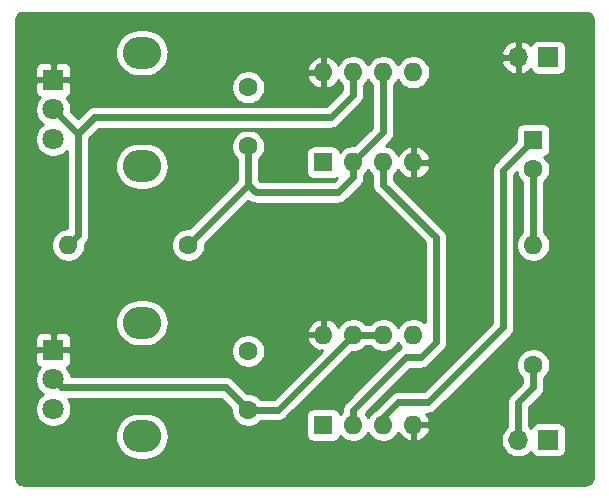
<source format=gbr>
%TF.GenerationSoftware,KiCad,Pcbnew,5.1.6-c6e7f7d~87~ubuntu18.04.1*%
%TF.CreationDate,2020-12-24T16:50:43+01:00*%
%TF.ProjectId,atari_punk,61746172-695f-4707-956e-6b2e6b696361,rev?*%
%TF.SameCoordinates,Original*%
%TF.FileFunction,Copper,L1,Top*%
%TF.FilePolarity,Positive*%
%FSLAX46Y46*%
G04 Gerber Fmt 4.6, Leading zero omitted, Abs format (unit mm)*
G04 Created by KiCad (PCBNEW 5.1.6-c6e7f7d~87~ubuntu18.04.1) date 2020-12-24 16:50:43*
%MOMM*%
%LPD*%
G01*
G04 APERTURE LIST*
%TA.AperFunction,ComponentPad*%
%ADD10C,1.600000*%
%TD*%
%TA.AperFunction,ComponentPad*%
%ADD11R,1.600000X1.600000*%
%TD*%
%TA.AperFunction,ComponentPad*%
%ADD12R,1.700000X1.700000*%
%TD*%
%TA.AperFunction,ComponentPad*%
%ADD13O,1.700000X1.700000*%
%TD*%
%TA.AperFunction,ComponentPad*%
%ADD14R,1.800000X1.800000*%
%TD*%
%TA.AperFunction,ComponentPad*%
%ADD15C,1.800000*%
%TD*%
%TA.AperFunction,ComponentPad*%
%ADD16O,3.240000X2.720000*%
%TD*%
%TA.AperFunction,ComponentPad*%
%ADD17O,1.600000X1.600000*%
%TD*%
%TA.AperFunction,Conductor*%
%ADD18C,0.609600*%
%TD*%
%TA.AperFunction,Conductor*%
%ADD19C,0.254000*%
%TD*%
G04 APERTURE END LIST*
D10*
%TO.P,C1,1*%
%TO.N,GND*%
X108585000Y-106680000D03*
%TO.P,C1,2*%
%TO.N,Net-(C1-Pad2)*%
X108585000Y-111680000D03*
%TD*%
D11*
%TO.P,C2,1*%
%TO.N,Net-(C2-Pad1)*%
X132715000Y-111125000D03*
D10*
%TO.P,C2,2*%
%TO.N,Net-(C2-Pad2)*%
X132715000Y-113625000D03*
%TD*%
%TO.P,C3,2*%
%TO.N,GND*%
X108585000Y-128985000D03*
%TO.P,C3,1*%
%TO.N,Net-(C3-Pad1)*%
X108585000Y-133985000D03*
%TD*%
D12*
%TO.P,J1,1*%
%TO.N,GND*%
X133985000Y-104140000D03*
D13*
%TO.P,J1,2*%
%TO.N,+9V*%
X131445000Y-104140000D03*
%TD*%
%TO.P,J2,2*%
%TO.N,AUDIO*%
X131445000Y-136525000D03*
D12*
%TO.P,J2,1*%
%TO.N,GND*%
X133985000Y-136525000D03*
%TD*%
D14*
%TO.P,R1,1*%
%TO.N,+9V*%
X92075000Y-106045000D03*
D15*
%TO.P,R1,2*%
%TO.N,Net-(R1-Pad2)*%
X92075000Y-108545000D03*
%TO.P,R1,3*%
%TO.N,N/C*%
X92075000Y-111045000D03*
D16*
%TO.P,R1,*%
%TO.N,*%
X99575000Y-113345000D03*
X99575000Y-103745000D03*
%TD*%
D10*
%TO.P,R2,1*%
%TO.N,Net-(C1-Pad2)*%
X103505000Y-120015000D03*
D17*
%TO.P,R2,2*%
%TO.N,Net-(R1-Pad2)*%
X93345000Y-120015000D03*
%TD*%
%TO.P,R3,2*%
%TO.N,Net-(C2-Pad2)*%
X132715000Y-120015000D03*
D10*
%TO.P,R3,1*%
%TO.N,AUDIO*%
X132715000Y-130175000D03*
%TD*%
D16*
%TO.P,R4,*%
%TO.N,*%
X99575000Y-126605000D03*
X99575000Y-136205000D03*
D15*
%TO.P,R4,3*%
%TO.N,N/C*%
X92075000Y-133905000D03*
%TO.P,R4,2*%
%TO.N,Net-(C3-Pad1)*%
X92075000Y-131405000D03*
D14*
%TO.P,R4,1*%
%TO.N,+9V*%
X92075000Y-128905000D03*
%TD*%
D11*
%TO.P,U1,1*%
%TO.N,GND*%
X114935000Y-113030000D03*
D17*
%TO.P,U1,5*%
%TO.N,Net-(U1-Pad5)*%
X122555000Y-105410000D03*
%TO.P,U1,2*%
%TO.N,Net-(C1-Pad2)*%
X117475000Y-113030000D03*
%TO.P,U1,6*%
X120015000Y-105410000D03*
%TO.P,U1,3*%
%TO.N,Net-(U1-Pad3)*%
X120015000Y-113030000D03*
%TO.P,U1,7*%
%TO.N,Net-(R1-Pad2)*%
X117475000Y-105410000D03*
%TO.P,U1,4*%
%TO.N,+9V*%
X122555000Y-113030000D03*
%TO.P,U1,8*%
X114935000Y-105410000D03*
%TD*%
%TO.P,U2,8*%
%TO.N,+9V*%
X114935000Y-127635000D03*
%TO.P,U2,4*%
X122555000Y-135255000D03*
%TO.P,U2,7*%
%TO.N,Net-(C3-Pad1)*%
X117475000Y-127635000D03*
%TO.P,U2,3*%
%TO.N,Net-(C2-Pad1)*%
X120015000Y-135255000D03*
%TO.P,U2,6*%
%TO.N,Net-(C3-Pad1)*%
X120015000Y-127635000D03*
%TO.P,U2,2*%
%TO.N,Net-(U1-Pad3)*%
X117475000Y-135255000D03*
%TO.P,U2,5*%
%TO.N,Net-(U2-Pad5)*%
X122555000Y-127635000D03*
D11*
%TO.P,U2,1*%
%TO.N,GND*%
X114935000Y-135255000D03*
%TD*%
D18*
%TO.N,Net-(C1-Pad2)*%
X108585000Y-114935000D02*
X103505000Y-120015000D01*
X108585000Y-111680000D02*
X108585000Y-114935000D01*
X120015000Y-110490000D02*
X117475000Y-113030000D01*
X120015000Y-105410000D02*
X120015000Y-110490000D01*
X117475000Y-114300000D02*
X117475000Y-113030000D01*
X116205000Y-115570000D02*
X117475000Y-114300000D01*
X109220000Y-115570000D02*
X116205000Y-115570000D01*
X108585000Y-114935000D02*
X109220000Y-115570000D01*
%TO.N,Net-(C2-Pad1)*%
X130175000Y-113665000D02*
X132715000Y-111125000D01*
X130175000Y-127000000D02*
X130175000Y-113665000D01*
X123825000Y-133350000D02*
X130175000Y-127000000D01*
X121285000Y-133350000D02*
X123825000Y-133350000D01*
X120015000Y-134620000D02*
X121285000Y-133350000D01*
X120015000Y-135255000D02*
X120015000Y-134620000D01*
%TO.N,Net-(C2-Pad2)*%
X132715000Y-113625000D02*
X132715000Y-120015000D01*
%TO.N,Net-(C3-Pad1)*%
X117475000Y-127635000D02*
X120015000Y-127635000D01*
X111125000Y-133985000D02*
X108585000Y-133985000D01*
X117475000Y-127635000D02*
X111125000Y-133985000D01*
X92750000Y-132080000D02*
X92075000Y-131405000D01*
X106680000Y-132080000D02*
X92750000Y-132080000D01*
X108585000Y-133985000D02*
X106680000Y-132080000D01*
%TO.N,AUDIO*%
X131445000Y-133350000D02*
X131445000Y-136525000D01*
X132715000Y-132080000D02*
X131445000Y-133350000D01*
X132715000Y-130175000D02*
X132715000Y-132080000D01*
%TO.N,Net-(R1-Pad2)*%
X94144999Y-119215001D02*
X94144999Y-110614999D01*
X94144999Y-110614999D02*
X92075000Y-108545000D01*
X93345000Y-120015000D02*
X94144999Y-119215001D01*
X95539998Y-109220000D02*
X94144999Y-110614999D01*
X115570000Y-109220000D02*
X95539998Y-109220000D01*
X117475000Y-107315000D02*
X115570000Y-109220000D01*
X117475000Y-105410000D02*
X117475000Y-107315000D01*
%TO.N,Net-(U1-Pad3)*%
X121920000Y-129540000D02*
X117475000Y-133985000D01*
X124460000Y-128270000D02*
X123190000Y-129540000D01*
X124460000Y-119380000D02*
X124460000Y-128270000D01*
X117475000Y-133985000D02*
X117475000Y-135255000D01*
X120015000Y-114935000D02*
X124460000Y-119380000D01*
X123190000Y-129540000D02*
X121920000Y-129540000D01*
X120015000Y-113030000D02*
X120015000Y-114935000D01*
%TD*%
D19*
%TO.N,+9V*%
G36*
X137277869Y-100369722D02*
G01*
X137391246Y-100403953D01*
X137495819Y-100459555D01*
X137587596Y-100534407D01*
X137663091Y-100625664D01*
X137719419Y-100729844D01*
X137754440Y-100842976D01*
X137770000Y-100991022D01*
X137770001Y-139667711D01*
X137755278Y-139817869D01*
X137721047Y-139931246D01*
X137665446Y-140035817D01*
X137590594Y-140127595D01*
X137499335Y-140203091D01*
X137395160Y-140259419D01*
X137282024Y-140294440D01*
X137133979Y-140310000D01*
X89567279Y-140310000D01*
X89417131Y-140295278D01*
X89303754Y-140261047D01*
X89199183Y-140205446D01*
X89107405Y-140130594D01*
X89031909Y-140039335D01*
X88975581Y-139935160D01*
X88940560Y-139822024D01*
X88925000Y-139673979D01*
X88925000Y-136205000D01*
X97310348Y-136205000D01*
X97348867Y-136596088D01*
X97462943Y-136972147D01*
X97648193Y-137318725D01*
X97897497Y-137622503D01*
X98201275Y-137871807D01*
X98547853Y-138057057D01*
X98923912Y-138171133D01*
X99217002Y-138200000D01*
X99932998Y-138200000D01*
X100226088Y-138171133D01*
X100602147Y-138057057D01*
X100948725Y-137871807D01*
X101252503Y-137622503D01*
X101501807Y-137318725D01*
X101687057Y-136972147D01*
X101801133Y-136596088D01*
X101839652Y-136205000D01*
X101801133Y-135813912D01*
X101687057Y-135437853D01*
X101501807Y-135091275D01*
X101252503Y-134787497D01*
X100948725Y-134538193D01*
X100602147Y-134352943D01*
X100226088Y-134238867D01*
X99932998Y-134210000D01*
X99217002Y-134210000D01*
X98923912Y-134238867D01*
X98547853Y-134352943D01*
X98201275Y-134538193D01*
X97897497Y-134787497D01*
X97648193Y-135091275D01*
X97462943Y-135437853D01*
X97348867Y-135813912D01*
X97310348Y-136205000D01*
X88925000Y-136205000D01*
X88925000Y-128843665D01*
X107150000Y-128843665D01*
X107150000Y-129126335D01*
X107205147Y-129403574D01*
X107313320Y-129664727D01*
X107470363Y-129899759D01*
X107670241Y-130099637D01*
X107905273Y-130256680D01*
X108166426Y-130364853D01*
X108443665Y-130420000D01*
X108726335Y-130420000D01*
X109003574Y-130364853D01*
X109264727Y-130256680D01*
X109499759Y-130099637D01*
X109699637Y-129899759D01*
X109856680Y-129664727D01*
X109964853Y-129403574D01*
X110020000Y-129126335D01*
X110020000Y-128843665D01*
X109964853Y-128566426D01*
X109856680Y-128305273D01*
X109699637Y-128070241D01*
X109499759Y-127870363D01*
X109264727Y-127713320D01*
X109003574Y-127605147D01*
X108726335Y-127550000D01*
X108443665Y-127550000D01*
X108166426Y-127605147D01*
X107905273Y-127713320D01*
X107670241Y-127870363D01*
X107470363Y-128070241D01*
X107313320Y-128305273D01*
X107205147Y-128566426D01*
X107150000Y-128843665D01*
X88925000Y-128843665D01*
X88925000Y-128005000D01*
X90536928Y-128005000D01*
X90540000Y-128619250D01*
X90698750Y-128778000D01*
X91948000Y-128778000D01*
X91948000Y-127528750D01*
X92202000Y-127528750D01*
X92202000Y-128778000D01*
X93451250Y-128778000D01*
X93610000Y-128619250D01*
X93613072Y-128005000D01*
X93600812Y-127880518D01*
X93564502Y-127760820D01*
X93505537Y-127650506D01*
X93426185Y-127553815D01*
X93329494Y-127474463D01*
X93219180Y-127415498D01*
X93099482Y-127379188D01*
X92975000Y-127366928D01*
X92360750Y-127370000D01*
X92202000Y-127528750D01*
X91948000Y-127528750D01*
X91789250Y-127370000D01*
X91175000Y-127366928D01*
X91050518Y-127379188D01*
X90930820Y-127415498D01*
X90820506Y-127474463D01*
X90723815Y-127553815D01*
X90644463Y-127650506D01*
X90585498Y-127760820D01*
X90549188Y-127880518D01*
X90536928Y-128005000D01*
X88925000Y-128005000D01*
X88925000Y-126605000D01*
X97310348Y-126605000D01*
X97348867Y-126996088D01*
X97462943Y-127372147D01*
X97648193Y-127718725D01*
X97897497Y-128022503D01*
X98201275Y-128271807D01*
X98547853Y-128457057D01*
X98923912Y-128571133D01*
X99217002Y-128600000D01*
X99932998Y-128600000D01*
X100226088Y-128571133D01*
X100602147Y-128457057D01*
X100948725Y-128271807D01*
X101252503Y-128022503D01*
X101501807Y-127718725D01*
X101687057Y-127372147D01*
X101713201Y-127285960D01*
X113543091Y-127285960D01*
X113664376Y-127508000D01*
X114808000Y-127508000D01*
X114808000Y-126365085D01*
X114585961Y-126243096D01*
X114451913Y-126283754D01*
X114197580Y-126403963D01*
X113971586Y-126571481D01*
X113782615Y-126779869D01*
X113637930Y-127021119D01*
X113543091Y-127285960D01*
X101713201Y-127285960D01*
X101801133Y-126996088D01*
X101839652Y-126605000D01*
X101801133Y-126213912D01*
X101687057Y-125837853D01*
X101501807Y-125491275D01*
X101252503Y-125187497D01*
X100948725Y-124938193D01*
X100602147Y-124752943D01*
X100226088Y-124638867D01*
X99932998Y-124610000D01*
X99217002Y-124610000D01*
X98923912Y-124638867D01*
X98547853Y-124752943D01*
X98201275Y-124938193D01*
X97897497Y-125187497D01*
X97648193Y-125491275D01*
X97462943Y-125837853D01*
X97348867Y-126213912D01*
X97310348Y-126605000D01*
X88925000Y-126605000D01*
X88925000Y-106945000D01*
X90536928Y-106945000D01*
X90549188Y-107069482D01*
X90585498Y-107189180D01*
X90644463Y-107299494D01*
X90723815Y-107396185D01*
X90820506Y-107475537D01*
X90920303Y-107528880D01*
X90882688Y-107566495D01*
X90714701Y-107817905D01*
X90598989Y-108097257D01*
X90540000Y-108393816D01*
X90540000Y-108696184D01*
X90598989Y-108992743D01*
X90714701Y-109272095D01*
X90882688Y-109523505D01*
X91096495Y-109737312D01*
X91182831Y-109795000D01*
X91096495Y-109852688D01*
X90882688Y-110066495D01*
X90714701Y-110317905D01*
X90598989Y-110597257D01*
X90540000Y-110893816D01*
X90540000Y-111196184D01*
X90598989Y-111492743D01*
X90714701Y-111772095D01*
X90882688Y-112023505D01*
X91096495Y-112237312D01*
X91347905Y-112405299D01*
X91627257Y-112521011D01*
X91923816Y-112580000D01*
X92226184Y-112580000D01*
X92522743Y-112521011D01*
X92802095Y-112405299D01*
X93053505Y-112237312D01*
X93205200Y-112085617D01*
X93205199Y-118580000D01*
X93203665Y-118580000D01*
X92926426Y-118635147D01*
X92665273Y-118743320D01*
X92430241Y-118900363D01*
X92230363Y-119100241D01*
X92073320Y-119335273D01*
X91965147Y-119596426D01*
X91910000Y-119873665D01*
X91910000Y-120156335D01*
X91965147Y-120433574D01*
X92073320Y-120694727D01*
X92230363Y-120929759D01*
X92430241Y-121129637D01*
X92665273Y-121286680D01*
X92926426Y-121394853D01*
X93203665Y-121450000D01*
X93486335Y-121450000D01*
X93763574Y-121394853D01*
X94024727Y-121286680D01*
X94259759Y-121129637D01*
X94459637Y-120929759D01*
X94616680Y-120694727D01*
X94724853Y-120433574D01*
X94780000Y-120156335D01*
X94780000Y-119909635D01*
X94812753Y-119882755D01*
X94930195Y-119739652D01*
X95017462Y-119576387D01*
X95071201Y-119399234D01*
X95084799Y-119261168D01*
X95084799Y-119261159D01*
X95089345Y-119215002D01*
X95084799Y-119168845D01*
X95084799Y-113345000D01*
X97310348Y-113345000D01*
X97348867Y-113736088D01*
X97462943Y-114112147D01*
X97648193Y-114458725D01*
X97897497Y-114762503D01*
X98201275Y-115011807D01*
X98547853Y-115197057D01*
X98923912Y-115311133D01*
X99217002Y-115340000D01*
X99932998Y-115340000D01*
X100226088Y-115311133D01*
X100602147Y-115197057D01*
X100948725Y-115011807D01*
X101252503Y-114762503D01*
X101501807Y-114458725D01*
X101687057Y-114112147D01*
X101801133Y-113736088D01*
X101839652Y-113345000D01*
X101801133Y-112953912D01*
X101687057Y-112577853D01*
X101501807Y-112231275D01*
X101252503Y-111927497D01*
X100948725Y-111678193D01*
X100602147Y-111492943D01*
X100226088Y-111378867D01*
X99932998Y-111350000D01*
X99217002Y-111350000D01*
X98923912Y-111378867D01*
X98547853Y-111492943D01*
X98201275Y-111678193D01*
X97897497Y-111927497D01*
X97648193Y-112231275D01*
X97462943Y-112577853D01*
X97348867Y-112953912D01*
X97310348Y-113345000D01*
X95084799Y-113345000D01*
X95084799Y-111004275D01*
X95929276Y-110159800D01*
X115523843Y-110159800D01*
X115570000Y-110164346D01*
X115616157Y-110159800D01*
X115616167Y-110159800D01*
X115754233Y-110146202D01*
X115931386Y-110092463D01*
X116094651Y-110005196D01*
X116237754Y-109887754D01*
X116267191Y-109851885D01*
X118106896Y-108012182D01*
X118142754Y-107982754D01*
X118172184Y-107946894D01*
X118260196Y-107839652D01*
X118347463Y-107676386D01*
X118372224Y-107594759D01*
X118401202Y-107499233D01*
X118414800Y-107361167D01*
X118414800Y-107361157D01*
X118419346Y-107315000D01*
X118414800Y-107268843D01*
X118414800Y-106499596D01*
X118589637Y-106324759D01*
X118745000Y-106092241D01*
X118900363Y-106324759D01*
X119075200Y-106499596D01*
X119075201Y-110100721D01*
X117580923Y-111595000D01*
X117333665Y-111595000D01*
X117056426Y-111650147D01*
X116795273Y-111758320D01*
X116560241Y-111915363D01*
X116361643Y-112113961D01*
X116360812Y-112105518D01*
X116324502Y-111985820D01*
X116265537Y-111875506D01*
X116186185Y-111778815D01*
X116089494Y-111699463D01*
X115979180Y-111640498D01*
X115859482Y-111604188D01*
X115735000Y-111591928D01*
X114135000Y-111591928D01*
X114010518Y-111604188D01*
X113890820Y-111640498D01*
X113780506Y-111699463D01*
X113683815Y-111778815D01*
X113604463Y-111875506D01*
X113545498Y-111985820D01*
X113509188Y-112105518D01*
X113496928Y-112230000D01*
X113496928Y-113830000D01*
X113509188Y-113954482D01*
X113545498Y-114074180D01*
X113604463Y-114184494D01*
X113683815Y-114281185D01*
X113780506Y-114360537D01*
X113890820Y-114419502D01*
X114010518Y-114455812D01*
X114135000Y-114468072D01*
X115735000Y-114468072D01*
X115859482Y-114455812D01*
X115979180Y-114419502D01*
X116080669Y-114365254D01*
X115815724Y-114630200D01*
X109609277Y-114630200D01*
X109524800Y-114545723D01*
X109524800Y-112769596D01*
X109699637Y-112594759D01*
X109856680Y-112359727D01*
X109964853Y-112098574D01*
X110020000Y-111821335D01*
X110020000Y-111538665D01*
X109964853Y-111261426D01*
X109856680Y-111000273D01*
X109699637Y-110765241D01*
X109499759Y-110565363D01*
X109264727Y-110408320D01*
X109003574Y-110300147D01*
X108726335Y-110245000D01*
X108443665Y-110245000D01*
X108166426Y-110300147D01*
X107905273Y-110408320D01*
X107670241Y-110565363D01*
X107470363Y-110765241D01*
X107313320Y-111000273D01*
X107205147Y-111261426D01*
X107150000Y-111538665D01*
X107150000Y-111821335D01*
X107205147Y-112098574D01*
X107313320Y-112359727D01*
X107470363Y-112594759D01*
X107645200Y-112769596D01*
X107645201Y-114545721D01*
X103610924Y-118580000D01*
X103363665Y-118580000D01*
X103086426Y-118635147D01*
X102825273Y-118743320D01*
X102590241Y-118900363D01*
X102390363Y-119100241D01*
X102233320Y-119335273D01*
X102125147Y-119596426D01*
X102070000Y-119873665D01*
X102070000Y-120156335D01*
X102125147Y-120433574D01*
X102233320Y-120694727D01*
X102390363Y-120929759D01*
X102590241Y-121129637D01*
X102825273Y-121286680D01*
X103086426Y-121394853D01*
X103363665Y-121450000D01*
X103646335Y-121450000D01*
X103923574Y-121394853D01*
X104184727Y-121286680D01*
X104419759Y-121129637D01*
X104619637Y-120929759D01*
X104776680Y-120694727D01*
X104884853Y-120433574D01*
X104940000Y-120156335D01*
X104940000Y-119909076D01*
X108584694Y-116264384D01*
X108588104Y-116267182D01*
X108588106Y-116267184D01*
X108695348Y-116355196D01*
X108858612Y-116442462D01*
X108858614Y-116442463D01*
X109035767Y-116496202D01*
X109173833Y-116509800D01*
X109173835Y-116509800D01*
X109220000Y-116514347D01*
X109266165Y-116509800D01*
X116158843Y-116509800D01*
X116205000Y-116514346D01*
X116251157Y-116509800D01*
X116251167Y-116509800D01*
X116389233Y-116496202D01*
X116566386Y-116442463D01*
X116729651Y-116355196D01*
X116872754Y-116237754D01*
X116902191Y-116201885D01*
X118106895Y-114997182D01*
X118142754Y-114967754D01*
X118260196Y-114824651D01*
X118347463Y-114661386D01*
X118401202Y-114484233D01*
X118414800Y-114346167D01*
X118414800Y-114346158D01*
X118419346Y-114300001D01*
X118414800Y-114253844D01*
X118414800Y-114119596D01*
X118589637Y-113944759D01*
X118745000Y-113712241D01*
X118900363Y-113944759D01*
X119075201Y-114119597D01*
X119075201Y-114888833D01*
X119070654Y-114935000D01*
X119088799Y-115119233D01*
X119142538Y-115296386D01*
X119229804Y-115459651D01*
X119289959Y-115532948D01*
X119347247Y-115602754D01*
X119383110Y-115632186D01*
X123520200Y-119769278D01*
X123520201Y-126570805D01*
X123469759Y-126520363D01*
X123234727Y-126363320D01*
X122973574Y-126255147D01*
X122696335Y-126200000D01*
X122413665Y-126200000D01*
X122136426Y-126255147D01*
X121875273Y-126363320D01*
X121640241Y-126520363D01*
X121440363Y-126720241D01*
X121285000Y-126952759D01*
X121129637Y-126720241D01*
X120929759Y-126520363D01*
X120694727Y-126363320D01*
X120433574Y-126255147D01*
X120156335Y-126200000D01*
X119873665Y-126200000D01*
X119596426Y-126255147D01*
X119335273Y-126363320D01*
X119100241Y-126520363D01*
X118925404Y-126695200D01*
X118564596Y-126695200D01*
X118389759Y-126520363D01*
X118154727Y-126363320D01*
X117893574Y-126255147D01*
X117616335Y-126200000D01*
X117333665Y-126200000D01*
X117056426Y-126255147D01*
X116795273Y-126363320D01*
X116560241Y-126520363D01*
X116360363Y-126720241D01*
X116203320Y-126955273D01*
X116198933Y-126965865D01*
X116087385Y-126779869D01*
X115898414Y-126571481D01*
X115672420Y-126403963D01*
X115418087Y-126283754D01*
X115284039Y-126243096D01*
X115062000Y-126365085D01*
X115062000Y-127508000D01*
X115082000Y-127508000D01*
X115082000Y-127762000D01*
X115062000Y-127762000D01*
X115062000Y-127782000D01*
X114808000Y-127782000D01*
X114808000Y-127762000D01*
X113664376Y-127762000D01*
X113543091Y-127984040D01*
X113637930Y-128248881D01*
X113782615Y-128490131D01*
X113971586Y-128698519D01*
X114197580Y-128866037D01*
X114451913Y-128986246D01*
X114585961Y-129026904D01*
X114807998Y-128904916D01*
X114807998Y-128972925D01*
X110735724Y-133045200D01*
X109674596Y-133045200D01*
X109499759Y-132870363D01*
X109264727Y-132713320D01*
X109003574Y-132605147D01*
X108726335Y-132550000D01*
X108479077Y-132550000D01*
X107377191Y-131448115D01*
X107347754Y-131412246D01*
X107204651Y-131294804D01*
X107041386Y-131207537D01*
X106864233Y-131153798D01*
X106726167Y-131140200D01*
X106726157Y-131140200D01*
X106680000Y-131135654D01*
X106633843Y-131140200D01*
X93587400Y-131140200D01*
X93551011Y-130957257D01*
X93435299Y-130677905D01*
X93267312Y-130426495D01*
X93229697Y-130388880D01*
X93329494Y-130335537D01*
X93426185Y-130256185D01*
X93505537Y-130159494D01*
X93564502Y-130049180D01*
X93600812Y-129929482D01*
X93613072Y-129805000D01*
X93610000Y-129190750D01*
X93451250Y-129032000D01*
X92202000Y-129032000D01*
X92202000Y-129052000D01*
X91948000Y-129052000D01*
X91948000Y-129032000D01*
X90698750Y-129032000D01*
X90540000Y-129190750D01*
X90536928Y-129805000D01*
X90549188Y-129929482D01*
X90585498Y-130049180D01*
X90644463Y-130159494D01*
X90723815Y-130256185D01*
X90820506Y-130335537D01*
X90920303Y-130388880D01*
X90882688Y-130426495D01*
X90714701Y-130677905D01*
X90598989Y-130957257D01*
X90540000Y-131253816D01*
X90540000Y-131556184D01*
X90598989Y-131852743D01*
X90714701Y-132132095D01*
X90882688Y-132383505D01*
X91096495Y-132597312D01*
X91182831Y-132655000D01*
X91096495Y-132712688D01*
X90882688Y-132926495D01*
X90714701Y-133177905D01*
X90598989Y-133457257D01*
X90540000Y-133753816D01*
X90540000Y-134056184D01*
X90598989Y-134352743D01*
X90714701Y-134632095D01*
X90882688Y-134883505D01*
X91096495Y-135097312D01*
X91347905Y-135265299D01*
X91627257Y-135381011D01*
X91923816Y-135440000D01*
X92226184Y-135440000D01*
X92522743Y-135381011D01*
X92802095Y-135265299D01*
X93053505Y-135097312D01*
X93267312Y-134883505D01*
X93435299Y-134632095D01*
X93551011Y-134352743D01*
X93610000Y-134056184D01*
X93610000Y-133753816D01*
X93551011Y-133457257D01*
X93435299Y-133177905D01*
X93329656Y-133019800D01*
X106290724Y-133019800D01*
X107150000Y-133879077D01*
X107150000Y-134126335D01*
X107205147Y-134403574D01*
X107313320Y-134664727D01*
X107470363Y-134899759D01*
X107670241Y-135099637D01*
X107905273Y-135256680D01*
X108166426Y-135364853D01*
X108443665Y-135420000D01*
X108726335Y-135420000D01*
X109003574Y-135364853D01*
X109264727Y-135256680D01*
X109499759Y-135099637D01*
X109674596Y-134924800D01*
X111078843Y-134924800D01*
X111125000Y-134929346D01*
X111171157Y-134924800D01*
X111171167Y-134924800D01*
X111309233Y-134911202D01*
X111486386Y-134857463D01*
X111649651Y-134770196D01*
X111792754Y-134652754D01*
X111822191Y-134616885D01*
X117369078Y-129070000D01*
X117616335Y-129070000D01*
X117893574Y-129014853D01*
X118154727Y-128906680D01*
X118389759Y-128749637D01*
X118564596Y-128574800D01*
X118925404Y-128574800D01*
X119100241Y-128749637D01*
X119335273Y-128906680D01*
X119596426Y-129014853D01*
X119873665Y-129070000D01*
X120156335Y-129070000D01*
X120433574Y-129014853D01*
X120694727Y-128906680D01*
X120929759Y-128749637D01*
X121129637Y-128549759D01*
X121285000Y-128317241D01*
X121440363Y-128549759D01*
X121558306Y-128667702D01*
X121395349Y-128754804D01*
X121252246Y-128872246D01*
X121222818Y-128908104D01*
X116843115Y-133287809D01*
X116807246Y-133317246D01*
X116689804Y-133460349D01*
X116602537Y-133623615D01*
X116548798Y-133800768D01*
X116535200Y-133938834D01*
X116535200Y-133938843D01*
X116530654Y-133985000D01*
X116535200Y-134031158D01*
X116535200Y-134165404D01*
X116361643Y-134338961D01*
X116360812Y-134330518D01*
X116324502Y-134210820D01*
X116265537Y-134100506D01*
X116186185Y-134003815D01*
X116089494Y-133924463D01*
X115979180Y-133865498D01*
X115859482Y-133829188D01*
X115735000Y-133816928D01*
X114135000Y-133816928D01*
X114010518Y-133829188D01*
X113890820Y-133865498D01*
X113780506Y-133924463D01*
X113683815Y-134003815D01*
X113604463Y-134100506D01*
X113545498Y-134210820D01*
X113509188Y-134330518D01*
X113496928Y-134455000D01*
X113496928Y-136055000D01*
X113509188Y-136179482D01*
X113545498Y-136299180D01*
X113604463Y-136409494D01*
X113683815Y-136506185D01*
X113780506Y-136585537D01*
X113890820Y-136644502D01*
X114010518Y-136680812D01*
X114135000Y-136693072D01*
X115735000Y-136693072D01*
X115859482Y-136680812D01*
X115979180Y-136644502D01*
X116089494Y-136585537D01*
X116186185Y-136506185D01*
X116265537Y-136409494D01*
X116324502Y-136299180D01*
X116360812Y-136179482D01*
X116361643Y-136171039D01*
X116560241Y-136369637D01*
X116795273Y-136526680D01*
X117056426Y-136634853D01*
X117333665Y-136690000D01*
X117616335Y-136690000D01*
X117893574Y-136634853D01*
X118154727Y-136526680D01*
X118389759Y-136369637D01*
X118589637Y-136169759D01*
X118745000Y-135937241D01*
X118900363Y-136169759D01*
X119100241Y-136369637D01*
X119335273Y-136526680D01*
X119596426Y-136634853D01*
X119873665Y-136690000D01*
X120156335Y-136690000D01*
X120433574Y-136634853D01*
X120694727Y-136526680D01*
X120929759Y-136369637D01*
X121129637Y-136169759D01*
X121286680Y-135934727D01*
X121291067Y-135924135D01*
X121402615Y-136110131D01*
X121591586Y-136318519D01*
X121817580Y-136486037D01*
X122071913Y-136606246D01*
X122205961Y-136646904D01*
X122428000Y-136524915D01*
X122428000Y-135382000D01*
X122682000Y-135382000D01*
X122682000Y-136524915D01*
X122904039Y-136646904D01*
X123038087Y-136606246D01*
X123292420Y-136486037D01*
X123437171Y-136378740D01*
X129960000Y-136378740D01*
X129960000Y-136671260D01*
X130017068Y-136958158D01*
X130129010Y-137228411D01*
X130291525Y-137471632D01*
X130498368Y-137678475D01*
X130741589Y-137840990D01*
X131011842Y-137952932D01*
X131298740Y-138010000D01*
X131591260Y-138010000D01*
X131878158Y-137952932D01*
X132148411Y-137840990D01*
X132391632Y-137678475D01*
X132523487Y-137546620D01*
X132545498Y-137619180D01*
X132604463Y-137729494D01*
X132683815Y-137826185D01*
X132780506Y-137905537D01*
X132890820Y-137964502D01*
X133010518Y-138000812D01*
X133135000Y-138013072D01*
X134835000Y-138013072D01*
X134959482Y-138000812D01*
X135079180Y-137964502D01*
X135189494Y-137905537D01*
X135286185Y-137826185D01*
X135365537Y-137729494D01*
X135424502Y-137619180D01*
X135460812Y-137499482D01*
X135473072Y-137375000D01*
X135473072Y-135675000D01*
X135460812Y-135550518D01*
X135424502Y-135430820D01*
X135365537Y-135320506D01*
X135286185Y-135223815D01*
X135189494Y-135144463D01*
X135079180Y-135085498D01*
X134959482Y-135049188D01*
X134835000Y-135036928D01*
X133135000Y-135036928D01*
X133010518Y-135049188D01*
X132890820Y-135085498D01*
X132780506Y-135144463D01*
X132683815Y-135223815D01*
X132604463Y-135320506D01*
X132545498Y-135430820D01*
X132523487Y-135503380D01*
X132391632Y-135371525D01*
X132384800Y-135366960D01*
X132384800Y-133739276D01*
X133346895Y-132777182D01*
X133382754Y-132747754D01*
X133412185Y-132711893D01*
X133500195Y-132604652D01*
X133500196Y-132604651D01*
X133587463Y-132441386D01*
X133641202Y-132264233D01*
X133654800Y-132126167D01*
X133654800Y-132126158D01*
X133659346Y-132080001D01*
X133654800Y-132033844D01*
X133654800Y-131264596D01*
X133829637Y-131089759D01*
X133986680Y-130854727D01*
X134094853Y-130593574D01*
X134150000Y-130316335D01*
X134150000Y-130033665D01*
X134094853Y-129756426D01*
X133986680Y-129495273D01*
X133829637Y-129260241D01*
X133629759Y-129060363D01*
X133394727Y-128903320D01*
X133133574Y-128795147D01*
X132856335Y-128740000D01*
X132573665Y-128740000D01*
X132296426Y-128795147D01*
X132035273Y-128903320D01*
X131800241Y-129060363D01*
X131600363Y-129260241D01*
X131443320Y-129495273D01*
X131335147Y-129756426D01*
X131280000Y-130033665D01*
X131280000Y-130316335D01*
X131335147Y-130593574D01*
X131443320Y-130854727D01*
X131600363Y-131089759D01*
X131775201Y-131264597D01*
X131775201Y-131690722D01*
X130813115Y-132652809D01*
X130777246Y-132682246D01*
X130659804Y-132825349D01*
X130572537Y-132988615D01*
X130518798Y-133165768D01*
X130505200Y-133303834D01*
X130505200Y-133303843D01*
X130500654Y-133350000D01*
X130505200Y-133396158D01*
X130505201Y-135366960D01*
X130498368Y-135371525D01*
X130291525Y-135578368D01*
X130129010Y-135821589D01*
X130017068Y-136091842D01*
X129960000Y-136378740D01*
X123437171Y-136378740D01*
X123518414Y-136318519D01*
X123707385Y-136110131D01*
X123852070Y-135868881D01*
X123946909Y-135604040D01*
X123825624Y-135382000D01*
X122682000Y-135382000D01*
X122428000Y-135382000D01*
X122408000Y-135382000D01*
X122408000Y-135128000D01*
X122428000Y-135128000D01*
X122428000Y-135108000D01*
X122682000Y-135108000D01*
X122682000Y-135128000D01*
X123825624Y-135128000D01*
X123946909Y-134905960D01*
X123852070Y-134641119D01*
X123707385Y-134399869D01*
X123607572Y-134289800D01*
X123778843Y-134289800D01*
X123825000Y-134294346D01*
X123871157Y-134289800D01*
X123871167Y-134289800D01*
X124009233Y-134276202D01*
X124186386Y-134222463D01*
X124349651Y-134135196D01*
X124492754Y-134017754D01*
X124522191Y-133981885D01*
X130806896Y-127697182D01*
X130842754Y-127667754D01*
X130872183Y-127631895D01*
X130960196Y-127524652D01*
X131006841Y-127437385D01*
X131047463Y-127361386D01*
X131101202Y-127184233D01*
X131114800Y-127046167D01*
X131114800Y-127046158D01*
X131119346Y-127000001D01*
X131114800Y-126953844D01*
X131114800Y-114054276D01*
X131300364Y-113868712D01*
X131335147Y-114043574D01*
X131443320Y-114304727D01*
X131600363Y-114539759D01*
X131775200Y-114714596D01*
X131775201Y-118925403D01*
X131600363Y-119100241D01*
X131443320Y-119335273D01*
X131335147Y-119596426D01*
X131280000Y-119873665D01*
X131280000Y-120156335D01*
X131335147Y-120433574D01*
X131443320Y-120694727D01*
X131600363Y-120929759D01*
X131800241Y-121129637D01*
X132035273Y-121286680D01*
X132296426Y-121394853D01*
X132573665Y-121450000D01*
X132856335Y-121450000D01*
X133133574Y-121394853D01*
X133394727Y-121286680D01*
X133629759Y-121129637D01*
X133829637Y-120929759D01*
X133986680Y-120694727D01*
X134094853Y-120433574D01*
X134150000Y-120156335D01*
X134150000Y-119873665D01*
X134094853Y-119596426D01*
X133986680Y-119335273D01*
X133829637Y-119100241D01*
X133654800Y-118925404D01*
X133654800Y-114714596D01*
X133829637Y-114539759D01*
X133986680Y-114304727D01*
X134094853Y-114043574D01*
X134150000Y-113766335D01*
X134150000Y-113483665D01*
X134094853Y-113206426D01*
X133986680Y-112945273D01*
X133829637Y-112710241D01*
X133663057Y-112543661D01*
X133759180Y-112514502D01*
X133869494Y-112455537D01*
X133966185Y-112376185D01*
X134045537Y-112279494D01*
X134104502Y-112169180D01*
X134140812Y-112049482D01*
X134153072Y-111925000D01*
X134153072Y-110325000D01*
X134140812Y-110200518D01*
X134104502Y-110080820D01*
X134045537Y-109970506D01*
X133966185Y-109873815D01*
X133869494Y-109794463D01*
X133759180Y-109735498D01*
X133639482Y-109699188D01*
X133515000Y-109686928D01*
X131915000Y-109686928D01*
X131790518Y-109699188D01*
X131670820Y-109735498D01*
X131560506Y-109794463D01*
X131463815Y-109873815D01*
X131384463Y-109970506D01*
X131325498Y-110080820D01*
X131289188Y-110200518D01*
X131276928Y-110325000D01*
X131276928Y-111233995D01*
X129543110Y-112967814D01*
X129507247Y-112997246D01*
X129477817Y-113033107D01*
X129389804Y-113140349D01*
X129302538Y-113303614D01*
X129248799Y-113480767D01*
X129230654Y-113665000D01*
X129235201Y-113711167D01*
X129235200Y-126610722D01*
X123435724Y-132410200D01*
X121331156Y-132410200D01*
X121284999Y-132405654D01*
X121238842Y-132410200D01*
X121238833Y-132410200D01*
X121100767Y-132423798D01*
X120923614Y-132477537D01*
X120760349Y-132564804D01*
X120617246Y-132682246D01*
X120587818Y-132718105D01*
X119383110Y-133922814D01*
X119347247Y-133952246D01*
X119305320Y-134003334D01*
X119100241Y-134140363D01*
X118900363Y-134340241D01*
X118745000Y-134572759D01*
X118589637Y-134340241D01*
X118519236Y-134269840D01*
X122309278Y-130479800D01*
X123143843Y-130479800D01*
X123190000Y-130484346D01*
X123236157Y-130479800D01*
X123236167Y-130479800D01*
X123374233Y-130466202D01*
X123551386Y-130412463D01*
X123714651Y-130325196D01*
X123857754Y-130207754D01*
X123887191Y-130171885D01*
X125091895Y-128967182D01*
X125127754Y-128937754D01*
X125245196Y-128794651D01*
X125332463Y-128631386D01*
X125386202Y-128454233D01*
X125399800Y-128316167D01*
X125399800Y-128316158D01*
X125404346Y-128270001D01*
X125399800Y-128223844D01*
X125399800Y-119426156D01*
X125404346Y-119379999D01*
X125399800Y-119333842D01*
X125399800Y-119333833D01*
X125386202Y-119195767D01*
X125332463Y-119018614D01*
X125245196Y-118855349D01*
X125127754Y-118712246D01*
X125091896Y-118682818D01*
X120954800Y-114545724D01*
X120954800Y-114119596D01*
X121129637Y-113944759D01*
X121286680Y-113709727D01*
X121291067Y-113699135D01*
X121402615Y-113885131D01*
X121591586Y-114093519D01*
X121817580Y-114261037D01*
X122071913Y-114381246D01*
X122205961Y-114421904D01*
X122428000Y-114299915D01*
X122428000Y-113157000D01*
X122682000Y-113157000D01*
X122682000Y-114299915D01*
X122904039Y-114421904D01*
X123038087Y-114381246D01*
X123292420Y-114261037D01*
X123518414Y-114093519D01*
X123707385Y-113885131D01*
X123852070Y-113643881D01*
X123946909Y-113379040D01*
X123825624Y-113157000D01*
X122682000Y-113157000D01*
X122428000Y-113157000D01*
X122408000Y-113157000D01*
X122408000Y-112903000D01*
X122428000Y-112903000D01*
X122428000Y-111760085D01*
X122682000Y-111760085D01*
X122682000Y-112903000D01*
X123825624Y-112903000D01*
X123946909Y-112680960D01*
X123852070Y-112416119D01*
X123707385Y-112174869D01*
X123518414Y-111966481D01*
X123292420Y-111798963D01*
X123038087Y-111678754D01*
X122904039Y-111638096D01*
X122682000Y-111760085D01*
X122428000Y-111760085D01*
X122205961Y-111638096D01*
X122071913Y-111678754D01*
X121817580Y-111798963D01*
X121591586Y-111966481D01*
X121402615Y-112174869D01*
X121291067Y-112360865D01*
X121286680Y-112350273D01*
X121129637Y-112115241D01*
X120929759Y-111915363D01*
X120694727Y-111758320D01*
X120433574Y-111650147D01*
X120225350Y-111608728D01*
X120646896Y-111187182D01*
X120682754Y-111157754D01*
X120800196Y-111014651D01*
X120887463Y-110851386D01*
X120941202Y-110674233D01*
X120954800Y-110536167D01*
X120954800Y-110536158D01*
X120959346Y-110490001D01*
X120954800Y-110443844D01*
X120954800Y-106499596D01*
X121129637Y-106324759D01*
X121285000Y-106092241D01*
X121440363Y-106324759D01*
X121640241Y-106524637D01*
X121875273Y-106681680D01*
X122136426Y-106789853D01*
X122413665Y-106845000D01*
X122696335Y-106845000D01*
X122973574Y-106789853D01*
X123234727Y-106681680D01*
X123469759Y-106524637D01*
X123669637Y-106324759D01*
X123826680Y-106089727D01*
X123934853Y-105828574D01*
X123990000Y-105551335D01*
X123990000Y-105268665D01*
X123934853Y-104991426D01*
X123826680Y-104730273D01*
X123670740Y-104496891D01*
X130003519Y-104496891D01*
X130100843Y-104771252D01*
X130249822Y-105021355D01*
X130444731Y-105237588D01*
X130678080Y-105411641D01*
X130940901Y-105536825D01*
X131088110Y-105581476D01*
X131318000Y-105460155D01*
X131318000Y-104267000D01*
X130124186Y-104267000D01*
X130003519Y-104496891D01*
X123670740Y-104496891D01*
X123669637Y-104495241D01*
X123469759Y-104295363D01*
X123234727Y-104138320D01*
X122973574Y-104030147D01*
X122696335Y-103975000D01*
X122413665Y-103975000D01*
X122136426Y-104030147D01*
X121875273Y-104138320D01*
X121640241Y-104295363D01*
X121440363Y-104495241D01*
X121285000Y-104727759D01*
X121129637Y-104495241D01*
X120929759Y-104295363D01*
X120694727Y-104138320D01*
X120433574Y-104030147D01*
X120156335Y-103975000D01*
X119873665Y-103975000D01*
X119596426Y-104030147D01*
X119335273Y-104138320D01*
X119100241Y-104295363D01*
X118900363Y-104495241D01*
X118745000Y-104727759D01*
X118589637Y-104495241D01*
X118389759Y-104295363D01*
X118154727Y-104138320D01*
X117893574Y-104030147D01*
X117616335Y-103975000D01*
X117333665Y-103975000D01*
X117056426Y-104030147D01*
X116795273Y-104138320D01*
X116560241Y-104295363D01*
X116360363Y-104495241D01*
X116203320Y-104730273D01*
X116198933Y-104740865D01*
X116087385Y-104554869D01*
X115898414Y-104346481D01*
X115672420Y-104178963D01*
X115418087Y-104058754D01*
X115284039Y-104018096D01*
X115062000Y-104140085D01*
X115062000Y-105283000D01*
X115082000Y-105283000D01*
X115082000Y-105537000D01*
X115062000Y-105537000D01*
X115062000Y-106679915D01*
X115284039Y-106801904D01*
X115418087Y-106761246D01*
X115672420Y-106641037D01*
X115898414Y-106473519D01*
X116087385Y-106265131D01*
X116198933Y-106079135D01*
X116203320Y-106089727D01*
X116360363Y-106324759D01*
X116535201Y-106499597D01*
X116535201Y-106925722D01*
X115180724Y-108280200D01*
X95586165Y-108280200D01*
X95539998Y-108275653D01*
X95493831Y-108280200D01*
X95355765Y-108293798D01*
X95178612Y-108347537D01*
X95015347Y-108434804D01*
X94872244Y-108552246D01*
X94842816Y-108588105D01*
X94144999Y-109285922D01*
X93600918Y-108741841D01*
X93610000Y-108696184D01*
X93610000Y-108393816D01*
X93551011Y-108097257D01*
X93435299Y-107817905D01*
X93267312Y-107566495D01*
X93229697Y-107528880D01*
X93329494Y-107475537D01*
X93426185Y-107396185D01*
X93505537Y-107299494D01*
X93564502Y-107189180D01*
X93600812Y-107069482D01*
X93613072Y-106945000D01*
X93611040Y-106538665D01*
X107150000Y-106538665D01*
X107150000Y-106821335D01*
X107205147Y-107098574D01*
X107313320Y-107359727D01*
X107470363Y-107594759D01*
X107670241Y-107794637D01*
X107905273Y-107951680D01*
X108166426Y-108059853D01*
X108443665Y-108115000D01*
X108726335Y-108115000D01*
X109003574Y-108059853D01*
X109264727Y-107951680D01*
X109499759Y-107794637D01*
X109699637Y-107594759D01*
X109856680Y-107359727D01*
X109964853Y-107098574D01*
X110020000Y-106821335D01*
X110020000Y-106538665D01*
X109964853Y-106261426D01*
X109856680Y-106000273D01*
X109699637Y-105765241D01*
X109693436Y-105759040D01*
X113543091Y-105759040D01*
X113637930Y-106023881D01*
X113782615Y-106265131D01*
X113971586Y-106473519D01*
X114197580Y-106641037D01*
X114451913Y-106761246D01*
X114585961Y-106801904D01*
X114808000Y-106679915D01*
X114808000Y-105537000D01*
X113664376Y-105537000D01*
X113543091Y-105759040D01*
X109693436Y-105759040D01*
X109499759Y-105565363D01*
X109264727Y-105408320D01*
X109003574Y-105300147D01*
X108726335Y-105245000D01*
X108443665Y-105245000D01*
X108166426Y-105300147D01*
X107905273Y-105408320D01*
X107670241Y-105565363D01*
X107470363Y-105765241D01*
X107313320Y-106000273D01*
X107205147Y-106261426D01*
X107150000Y-106538665D01*
X93611040Y-106538665D01*
X93610000Y-106330750D01*
X93451250Y-106172000D01*
X92202000Y-106172000D01*
X92202000Y-106192000D01*
X91948000Y-106192000D01*
X91948000Y-106172000D01*
X90698750Y-106172000D01*
X90540000Y-106330750D01*
X90536928Y-106945000D01*
X88925000Y-106945000D01*
X88925000Y-105145000D01*
X90536928Y-105145000D01*
X90540000Y-105759250D01*
X90698750Y-105918000D01*
X91948000Y-105918000D01*
X91948000Y-104668750D01*
X92202000Y-104668750D01*
X92202000Y-105918000D01*
X93451250Y-105918000D01*
X93610000Y-105759250D01*
X93613072Y-105145000D01*
X93600812Y-105020518D01*
X93564502Y-104900820D01*
X93505537Y-104790506D01*
X93426185Y-104693815D01*
X93329494Y-104614463D01*
X93219180Y-104555498D01*
X93099482Y-104519188D01*
X92975000Y-104506928D01*
X92360750Y-104510000D01*
X92202000Y-104668750D01*
X91948000Y-104668750D01*
X91789250Y-104510000D01*
X91175000Y-104506928D01*
X91050518Y-104519188D01*
X90930820Y-104555498D01*
X90820506Y-104614463D01*
X90723815Y-104693815D01*
X90644463Y-104790506D01*
X90585498Y-104900820D01*
X90549188Y-105020518D01*
X90536928Y-105145000D01*
X88925000Y-105145000D01*
X88925000Y-103745000D01*
X97310348Y-103745000D01*
X97348867Y-104136088D01*
X97462943Y-104512147D01*
X97648193Y-104858725D01*
X97897497Y-105162503D01*
X98201275Y-105411807D01*
X98547853Y-105597057D01*
X98923912Y-105711133D01*
X99217002Y-105740000D01*
X99932998Y-105740000D01*
X100226088Y-105711133D01*
X100602147Y-105597057D01*
X100948725Y-105411807D01*
X101252503Y-105162503D01*
X101335837Y-105060960D01*
X113543091Y-105060960D01*
X113664376Y-105283000D01*
X114808000Y-105283000D01*
X114808000Y-104140085D01*
X114585961Y-104018096D01*
X114451913Y-104058754D01*
X114197580Y-104178963D01*
X113971586Y-104346481D01*
X113782615Y-104554869D01*
X113637930Y-104796119D01*
X113543091Y-105060960D01*
X101335837Y-105060960D01*
X101501807Y-104858725D01*
X101687057Y-104512147D01*
X101801133Y-104136088D01*
X101835898Y-103783109D01*
X130003519Y-103783109D01*
X130124186Y-104013000D01*
X131318000Y-104013000D01*
X131318000Y-102819845D01*
X131572000Y-102819845D01*
X131572000Y-104013000D01*
X131592000Y-104013000D01*
X131592000Y-104267000D01*
X131572000Y-104267000D01*
X131572000Y-105460155D01*
X131801890Y-105581476D01*
X131949099Y-105536825D01*
X132211920Y-105411641D01*
X132445269Y-105237588D01*
X132521034Y-105153534D01*
X132545498Y-105234180D01*
X132604463Y-105344494D01*
X132683815Y-105441185D01*
X132780506Y-105520537D01*
X132890820Y-105579502D01*
X133010518Y-105615812D01*
X133135000Y-105628072D01*
X134835000Y-105628072D01*
X134959482Y-105615812D01*
X135079180Y-105579502D01*
X135189494Y-105520537D01*
X135286185Y-105441185D01*
X135365537Y-105344494D01*
X135424502Y-105234180D01*
X135460812Y-105114482D01*
X135473072Y-104990000D01*
X135473072Y-103290000D01*
X135460812Y-103165518D01*
X135424502Y-103045820D01*
X135365537Y-102935506D01*
X135286185Y-102838815D01*
X135189494Y-102759463D01*
X135079180Y-102700498D01*
X134959482Y-102664188D01*
X134835000Y-102651928D01*
X133135000Y-102651928D01*
X133010518Y-102664188D01*
X132890820Y-102700498D01*
X132780506Y-102759463D01*
X132683815Y-102838815D01*
X132604463Y-102935506D01*
X132545498Y-103045820D01*
X132521034Y-103126466D01*
X132445269Y-103042412D01*
X132211920Y-102868359D01*
X131949099Y-102743175D01*
X131801890Y-102698524D01*
X131572000Y-102819845D01*
X131318000Y-102819845D01*
X131088110Y-102698524D01*
X130940901Y-102743175D01*
X130678080Y-102868359D01*
X130444731Y-103042412D01*
X130249822Y-103258645D01*
X130100843Y-103508748D01*
X130003519Y-103783109D01*
X101835898Y-103783109D01*
X101839652Y-103745000D01*
X101801133Y-103353912D01*
X101687057Y-102977853D01*
X101501807Y-102631275D01*
X101252503Y-102327497D01*
X100948725Y-102078193D01*
X100602147Y-101892943D01*
X100226088Y-101778867D01*
X99932998Y-101750000D01*
X99217002Y-101750000D01*
X98923912Y-101778867D01*
X98547853Y-101892943D01*
X98201275Y-102078193D01*
X97897497Y-102327497D01*
X97648193Y-102631275D01*
X97462943Y-102977853D01*
X97348867Y-103353912D01*
X97310348Y-103745000D01*
X88925000Y-103745000D01*
X88925000Y-100997279D01*
X88939722Y-100847131D01*
X88973953Y-100733754D01*
X89029555Y-100629181D01*
X89104407Y-100537404D01*
X89195664Y-100461909D01*
X89299844Y-100405581D01*
X89412976Y-100370560D01*
X89561022Y-100355000D01*
X137127721Y-100355000D01*
X137277869Y-100369722D01*
G37*
X137277869Y-100369722D02*
X137391246Y-100403953D01*
X137495819Y-100459555D01*
X137587596Y-100534407D01*
X137663091Y-100625664D01*
X137719419Y-100729844D01*
X137754440Y-100842976D01*
X137770000Y-100991022D01*
X137770001Y-139667711D01*
X137755278Y-139817869D01*
X137721047Y-139931246D01*
X137665446Y-140035817D01*
X137590594Y-140127595D01*
X137499335Y-140203091D01*
X137395160Y-140259419D01*
X137282024Y-140294440D01*
X137133979Y-140310000D01*
X89567279Y-140310000D01*
X89417131Y-140295278D01*
X89303754Y-140261047D01*
X89199183Y-140205446D01*
X89107405Y-140130594D01*
X89031909Y-140039335D01*
X88975581Y-139935160D01*
X88940560Y-139822024D01*
X88925000Y-139673979D01*
X88925000Y-136205000D01*
X97310348Y-136205000D01*
X97348867Y-136596088D01*
X97462943Y-136972147D01*
X97648193Y-137318725D01*
X97897497Y-137622503D01*
X98201275Y-137871807D01*
X98547853Y-138057057D01*
X98923912Y-138171133D01*
X99217002Y-138200000D01*
X99932998Y-138200000D01*
X100226088Y-138171133D01*
X100602147Y-138057057D01*
X100948725Y-137871807D01*
X101252503Y-137622503D01*
X101501807Y-137318725D01*
X101687057Y-136972147D01*
X101801133Y-136596088D01*
X101839652Y-136205000D01*
X101801133Y-135813912D01*
X101687057Y-135437853D01*
X101501807Y-135091275D01*
X101252503Y-134787497D01*
X100948725Y-134538193D01*
X100602147Y-134352943D01*
X100226088Y-134238867D01*
X99932998Y-134210000D01*
X99217002Y-134210000D01*
X98923912Y-134238867D01*
X98547853Y-134352943D01*
X98201275Y-134538193D01*
X97897497Y-134787497D01*
X97648193Y-135091275D01*
X97462943Y-135437853D01*
X97348867Y-135813912D01*
X97310348Y-136205000D01*
X88925000Y-136205000D01*
X88925000Y-128843665D01*
X107150000Y-128843665D01*
X107150000Y-129126335D01*
X107205147Y-129403574D01*
X107313320Y-129664727D01*
X107470363Y-129899759D01*
X107670241Y-130099637D01*
X107905273Y-130256680D01*
X108166426Y-130364853D01*
X108443665Y-130420000D01*
X108726335Y-130420000D01*
X109003574Y-130364853D01*
X109264727Y-130256680D01*
X109499759Y-130099637D01*
X109699637Y-129899759D01*
X109856680Y-129664727D01*
X109964853Y-129403574D01*
X110020000Y-129126335D01*
X110020000Y-128843665D01*
X109964853Y-128566426D01*
X109856680Y-128305273D01*
X109699637Y-128070241D01*
X109499759Y-127870363D01*
X109264727Y-127713320D01*
X109003574Y-127605147D01*
X108726335Y-127550000D01*
X108443665Y-127550000D01*
X108166426Y-127605147D01*
X107905273Y-127713320D01*
X107670241Y-127870363D01*
X107470363Y-128070241D01*
X107313320Y-128305273D01*
X107205147Y-128566426D01*
X107150000Y-128843665D01*
X88925000Y-128843665D01*
X88925000Y-128005000D01*
X90536928Y-128005000D01*
X90540000Y-128619250D01*
X90698750Y-128778000D01*
X91948000Y-128778000D01*
X91948000Y-127528750D01*
X92202000Y-127528750D01*
X92202000Y-128778000D01*
X93451250Y-128778000D01*
X93610000Y-128619250D01*
X93613072Y-128005000D01*
X93600812Y-127880518D01*
X93564502Y-127760820D01*
X93505537Y-127650506D01*
X93426185Y-127553815D01*
X93329494Y-127474463D01*
X93219180Y-127415498D01*
X93099482Y-127379188D01*
X92975000Y-127366928D01*
X92360750Y-127370000D01*
X92202000Y-127528750D01*
X91948000Y-127528750D01*
X91789250Y-127370000D01*
X91175000Y-127366928D01*
X91050518Y-127379188D01*
X90930820Y-127415498D01*
X90820506Y-127474463D01*
X90723815Y-127553815D01*
X90644463Y-127650506D01*
X90585498Y-127760820D01*
X90549188Y-127880518D01*
X90536928Y-128005000D01*
X88925000Y-128005000D01*
X88925000Y-126605000D01*
X97310348Y-126605000D01*
X97348867Y-126996088D01*
X97462943Y-127372147D01*
X97648193Y-127718725D01*
X97897497Y-128022503D01*
X98201275Y-128271807D01*
X98547853Y-128457057D01*
X98923912Y-128571133D01*
X99217002Y-128600000D01*
X99932998Y-128600000D01*
X100226088Y-128571133D01*
X100602147Y-128457057D01*
X100948725Y-128271807D01*
X101252503Y-128022503D01*
X101501807Y-127718725D01*
X101687057Y-127372147D01*
X101713201Y-127285960D01*
X113543091Y-127285960D01*
X113664376Y-127508000D01*
X114808000Y-127508000D01*
X114808000Y-126365085D01*
X114585961Y-126243096D01*
X114451913Y-126283754D01*
X114197580Y-126403963D01*
X113971586Y-126571481D01*
X113782615Y-126779869D01*
X113637930Y-127021119D01*
X113543091Y-127285960D01*
X101713201Y-127285960D01*
X101801133Y-126996088D01*
X101839652Y-126605000D01*
X101801133Y-126213912D01*
X101687057Y-125837853D01*
X101501807Y-125491275D01*
X101252503Y-125187497D01*
X100948725Y-124938193D01*
X100602147Y-124752943D01*
X100226088Y-124638867D01*
X99932998Y-124610000D01*
X99217002Y-124610000D01*
X98923912Y-124638867D01*
X98547853Y-124752943D01*
X98201275Y-124938193D01*
X97897497Y-125187497D01*
X97648193Y-125491275D01*
X97462943Y-125837853D01*
X97348867Y-126213912D01*
X97310348Y-126605000D01*
X88925000Y-126605000D01*
X88925000Y-106945000D01*
X90536928Y-106945000D01*
X90549188Y-107069482D01*
X90585498Y-107189180D01*
X90644463Y-107299494D01*
X90723815Y-107396185D01*
X90820506Y-107475537D01*
X90920303Y-107528880D01*
X90882688Y-107566495D01*
X90714701Y-107817905D01*
X90598989Y-108097257D01*
X90540000Y-108393816D01*
X90540000Y-108696184D01*
X90598989Y-108992743D01*
X90714701Y-109272095D01*
X90882688Y-109523505D01*
X91096495Y-109737312D01*
X91182831Y-109795000D01*
X91096495Y-109852688D01*
X90882688Y-110066495D01*
X90714701Y-110317905D01*
X90598989Y-110597257D01*
X90540000Y-110893816D01*
X90540000Y-111196184D01*
X90598989Y-111492743D01*
X90714701Y-111772095D01*
X90882688Y-112023505D01*
X91096495Y-112237312D01*
X91347905Y-112405299D01*
X91627257Y-112521011D01*
X91923816Y-112580000D01*
X92226184Y-112580000D01*
X92522743Y-112521011D01*
X92802095Y-112405299D01*
X93053505Y-112237312D01*
X93205200Y-112085617D01*
X93205199Y-118580000D01*
X93203665Y-118580000D01*
X92926426Y-118635147D01*
X92665273Y-118743320D01*
X92430241Y-118900363D01*
X92230363Y-119100241D01*
X92073320Y-119335273D01*
X91965147Y-119596426D01*
X91910000Y-119873665D01*
X91910000Y-120156335D01*
X91965147Y-120433574D01*
X92073320Y-120694727D01*
X92230363Y-120929759D01*
X92430241Y-121129637D01*
X92665273Y-121286680D01*
X92926426Y-121394853D01*
X93203665Y-121450000D01*
X93486335Y-121450000D01*
X93763574Y-121394853D01*
X94024727Y-121286680D01*
X94259759Y-121129637D01*
X94459637Y-120929759D01*
X94616680Y-120694727D01*
X94724853Y-120433574D01*
X94780000Y-120156335D01*
X94780000Y-119909635D01*
X94812753Y-119882755D01*
X94930195Y-119739652D01*
X95017462Y-119576387D01*
X95071201Y-119399234D01*
X95084799Y-119261168D01*
X95084799Y-119261159D01*
X95089345Y-119215002D01*
X95084799Y-119168845D01*
X95084799Y-113345000D01*
X97310348Y-113345000D01*
X97348867Y-113736088D01*
X97462943Y-114112147D01*
X97648193Y-114458725D01*
X97897497Y-114762503D01*
X98201275Y-115011807D01*
X98547853Y-115197057D01*
X98923912Y-115311133D01*
X99217002Y-115340000D01*
X99932998Y-115340000D01*
X100226088Y-115311133D01*
X100602147Y-115197057D01*
X100948725Y-115011807D01*
X101252503Y-114762503D01*
X101501807Y-114458725D01*
X101687057Y-114112147D01*
X101801133Y-113736088D01*
X101839652Y-113345000D01*
X101801133Y-112953912D01*
X101687057Y-112577853D01*
X101501807Y-112231275D01*
X101252503Y-111927497D01*
X100948725Y-111678193D01*
X100602147Y-111492943D01*
X100226088Y-111378867D01*
X99932998Y-111350000D01*
X99217002Y-111350000D01*
X98923912Y-111378867D01*
X98547853Y-111492943D01*
X98201275Y-111678193D01*
X97897497Y-111927497D01*
X97648193Y-112231275D01*
X97462943Y-112577853D01*
X97348867Y-112953912D01*
X97310348Y-113345000D01*
X95084799Y-113345000D01*
X95084799Y-111004275D01*
X95929276Y-110159800D01*
X115523843Y-110159800D01*
X115570000Y-110164346D01*
X115616157Y-110159800D01*
X115616167Y-110159800D01*
X115754233Y-110146202D01*
X115931386Y-110092463D01*
X116094651Y-110005196D01*
X116237754Y-109887754D01*
X116267191Y-109851885D01*
X118106896Y-108012182D01*
X118142754Y-107982754D01*
X118172184Y-107946894D01*
X118260196Y-107839652D01*
X118347463Y-107676386D01*
X118372224Y-107594759D01*
X118401202Y-107499233D01*
X118414800Y-107361167D01*
X118414800Y-107361157D01*
X118419346Y-107315000D01*
X118414800Y-107268843D01*
X118414800Y-106499596D01*
X118589637Y-106324759D01*
X118745000Y-106092241D01*
X118900363Y-106324759D01*
X119075200Y-106499596D01*
X119075201Y-110100721D01*
X117580923Y-111595000D01*
X117333665Y-111595000D01*
X117056426Y-111650147D01*
X116795273Y-111758320D01*
X116560241Y-111915363D01*
X116361643Y-112113961D01*
X116360812Y-112105518D01*
X116324502Y-111985820D01*
X116265537Y-111875506D01*
X116186185Y-111778815D01*
X116089494Y-111699463D01*
X115979180Y-111640498D01*
X115859482Y-111604188D01*
X115735000Y-111591928D01*
X114135000Y-111591928D01*
X114010518Y-111604188D01*
X113890820Y-111640498D01*
X113780506Y-111699463D01*
X113683815Y-111778815D01*
X113604463Y-111875506D01*
X113545498Y-111985820D01*
X113509188Y-112105518D01*
X113496928Y-112230000D01*
X113496928Y-113830000D01*
X113509188Y-113954482D01*
X113545498Y-114074180D01*
X113604463Y-114184494D01*
X113683815Y-114281185D01*
X113780506Y-114360537D01*
X113890820Y-114419502D01*
X114010518Y-114455812D01*
X114135000Y-114468072D01*
X115735000Y-114468072D01*
X115859482Y-114455812D01*
X115979180Y-114419502D01*
X116080669Y-114365254D01*
X115815724Y-114630200D01*
X109609277Y-114630200D01*
X109524800Y-114545723D01*
X109524800Y-112769596D01*
X109699637Y-112594759D01*
X109856680Y-112359727D01*
X109964853Y-112098574D01*
X110020000Y-111821335D01*
X110020000Y-111538665D01*
X109964853Y-111261426D01*
X109856680Y-111000273D01*
X109699637Y-110765241D01*
X109499759Y-110565363D01*
X109264727Y-110408320D01*
X109003574Y-110300147D01*
X108726335Y-110245000D01*
X108443665Y-110245000D01*
X108166426Y-110300147D01*
X107905273Y-110408320D01*
X107670241Y-110565363D01*
X107470363Y-110765241D01*
X107313320Y-111000273D01*
X107205147Y-111261426D01*
X107150000Y-111538665D01*
X107150000Y-111821335D01*
X107205147Y-112098574D01*
X107313320Y-112359727D01*
X107470363Y-112594759D01*
X107645200Y-112769596D01*
X107645201Y-114545721D01*
X103610924Y-118580000D01*
X103363665Y-118580000D01*
X103086426Y-118635147D01*
X102825273Y-118743320D01*
X102590241Y-118900363D01*
X102390363Y-119100241D01*
X102233320Y-119335273D01*
X102125147Y-119596426D01*
X102070000Y-119873665D01*
X102070000Y-120156335D01*
X102125147Y-120433574D01*
X102233320Y-120694727D01*
X102390363Y-120929759D01*
X102590241Y-121129637D01*
X102825273Y-121286680D01*
X103086426Y-121394853D01*
X103363665Y-121450000D01*
X103646335Y-121450000D01*
X103923574Y-121394853D01*
X104184727Y-121286680D01*
X104419759Y-121129637D01*
X104619637Y-120929759D01*
X104776680Y-120694727D01*
X104884853Y-120433574D01*
X104940000Y-120156335D01*
X104940000Y-119909076D01*
X108584694Y-116264384D01*
X108588104Y-116267182D01*
X108588106Y-116267184D01*
X108695348Y-116355196D01*
X108858612Y-116442462D01*
X108858614Y-116442463D01*
X109035767Y-116496202D01*
X109173833Y-116509800D01*
X109173835Y-116509800D01*
X109220000Y-116514347D01*
X109266165Y-116509800D01*
X116158843Y-116509800D01*
X116205000Y-116514346D01*
X116251157Y-116509800D01*
X116251167Y-116509800D01*
X116389233Y-116496202D01*
X116566386Y-116442463D01*
X116729651Y-116355196D01*
X116872754Y-116237754D01*
X116902191Y-116201885D01*
X118106895Y-114997182D01*
X118142754Y-114967754D01*
X118260196Y-114824651D01*
X118347463Y-114661386D01*
X118401202Y-114484233D01*
X118414800Y-114346167D01*
X118414800Y-114346158D01*
X118419346Y-114300001D01*
X118414800Y-114253844D01*
X118414800Y-114119596D01*
X118589637Y-113944759D01*
X118745000Y-113712241D01*
X118900363Y-113944759D01*
X119075201Y-114119597D01*
X119075201Y-114888833D01*
X119070654Y-114935000D01*
X119088799Y-115119233D01*
X119142538Y-115296386D01*
X119229804Y-115459651D01*
X119289959Y-115532948D01*
X119347247Y-115602754D01*
X119383110Y-115632186D01*
X123520200Y-119769278D01*
X123520201Y-126570805D01*
X123469759Y-126520363D01*
X123234727Y-126363320D01*
X122973574Y-126255147D01*
X122696335Y-126200000D01*
X122413665Y-126200000D01*
X122136426Y-126255147D01*
X121875273Y-126363320D01*
X121640241Y-126520363D01*
X121440363Y-126720241D01*
X121285000Y-126952759D01*
X121129637Y-126720241D01*
X120929759Y-126520363D01*
X120694727Y-126363320D01*
X120433574Y-126255147D01*
X120156335Y-126200000D01*
X119873665Y-126200000D01*
X119596426Y-126255147D01*
X119335273Y-126363320D01*
X119100241Y-126520363D01*
X118925404Y-126695200D01*
X118564596Y-126695200D01*
X118389759Y-126520363D01*
X118154727Y-126363320D01*
X117893574Y-126255147D01*
X117616335Y-126200000D01*
X117333665Y-126200000D01*
X117056426Y-126255147D01*
X116795273Y-126363320D01*
X116560241Y-126520363D01*
X116360363Y-126720241D01*
X116203320Y-126955273D01*
X116198933Y-126965865D01*
X116087385Y-126779869D01*
X115898414Y-126571481D01*
X115672420Y-126403963D01*
X115418087Y-126283754D01*
X115284039Y-126243096D01*
X115062000Y-126365085D01*
X115062000Y-127508000D01*
X115082000Y-127508000D01*
X115082000Y-127762000D01*
X115062000Y-127762000D01*
X115062000Y-127782000D01*
X114808000Y-127782000D01*
X114808000Y-127762000D01*
X113664376Y-127762000D01*
X113543091Y-127984040D01*
X113637930Y-128248881D01*
X113782615Y-128490131D01*
X113971586Y-128698519D01*
X114197580Y-128866037D01*
X114451913Y-128986246D01*
X114585961Y-129026904D01*
X114807998Y-128904916D01*
X114807998Y-128972925D01*
X110735724Y-133045200D01*
X109674596Y-133045200D01*
X109499759Y-132870363D01*
X109264727Y-132713320D01*
X109003574Y-132605147D01*
X108726335Y-132550000D01*
X108479077Y-132550000D01*
X107377191Y-131448115D01*
X107347754Y-131412246D01*
X107204651Y-131294804D01*
X107041386Y-131207537D01*
X106864233Y-131153798D01*
X106726167Y-131140200D01*
X106726157Y-131140200D01*
X106680000Y-131135654D01*
X106633843Y-131140200D01*
X93587400Y-131140200D01*
X93551011Y-130957257D01*
X93435299Y-130677905D01*
X93267312Y-130426495D01*
X93229697Y-130388880D01*
X93329494Y-130335537D01*
X93426185Y-130256185D01*
X93505537Y-130159494D01*
X93564502Y-130049180D01*
X93600812Y-129929482D01*
X93613072Y-129805000D01*
X93610000Y-129190750D01*
X93451250Y-129032000D01*
X92202000Y-129032000D01*
X92202000Y-129052000D01*
X91948000Y-129052000D01*
X91948000Y-129032000D01*
X90698750Y-129032000D01*
X90540000Y-129190750D01*
X90536928Y-129805000D01*
X90549188Y-129929482D01*
X90585498Y-130049180D01*
X90644463Y-130159494D01*
X90723815Y-130256185D01*
X90820506Y-130335537D01*
X90920303Y-130388880D01*
X90882688Y-130426495D01*
X90714701Y-130677905D01*
X90598989Y-130957257D01*
X90540000Y-131253816D01*
X90540000Y-131556184D01*
X90598989Y-131852743D01*
X90714701Y-132132095D01*
X90882688Y-132383505D01*
X91096495Y-132597312D01*
X91182831Y-132655000D01*
X91096495Y-132712688D01*
X90882688Y-132926495D01*
X90714701Y-133177905D01*
X90598989Y-133457257D01*
X90540000Y-133753816D01*
X90540000Y-134056184D01*
X90598989Y-134352743D01*
X90714701Y-134632095D01*
X90882688Y-134883505D01*
X91096495Y-135097312D01*
X91347905Y-135265299D01*
X91627257Y-135381011D01*
X91923816Y-135440000D01*
X92226184Y-135440000D01*
X92522743Y-135381011D01*
X92802095Y-135265299D01*
X93053505Y-135097312D01*
X93267312Y-134883505D01*
X93435299Y-134632095D01*
X93551011Y-134352743D01*
X93610000Y-134056184D01*
X93610000Y-133753816D01*
X93551011Y-133457257D01*
X93435299Y-133177905D01*
X93329656Y-133019800D01*
X106290724Y-133019800D01*
X107150000Y-133879077D01*
X107150000Y-134126335D01*
X107205147Y-134403574D01*
X107313320Y-134664727D01*
X107470363Y-134899759D01*
X107670241Y-135099637D01*
X107905273Y-135256680D01*
X108166426Y-135364853D01*
X108443665Y-135420000D01*
X108726335Y-135420000D01*
X109003574Y-135364853D01*
X109264727Y-135256680D01*
X109499759Y-135099637D01*
X109674596Y-134924800D01*
X111078843Y-134924800D01*
X111125000Y-134929346D01*
X111171157Y-134924800D01*
X111171167Y-134924800D01*
X111309233Y-134911202D01*
X111486386Y-134857463D01*
X111649651Y-134770196D01*
X111792754Y-134652754D01*
X111822191Y-134616885D01*
X117369078Y-129070000D01*
X117616335Y-129070000D01*
X117893574Y-129014853D01*
X118154727Y-128906680D01*
X118389759Y-128749637D01*
X118564596Y-128574800D01*
X118925404Y-128574800D01*
X119100241Y-128749637D01*
X119335273Y-128906680D01*
X119596426Y-129014853D01*
X119873665Y-129070000D01*
X120156335Y-129070000D01*
X120433574Y-129014853D01*
X120694727Y-128906680D01*
X120929759Y-128749637D01*
X121129637Y-128549759D01*
X121285000Y-128317241D01*
X121440363Y-128549759D01*
X121558306Y-128667702D01*
X121395349Y-128754804D01*
X121252246Y-128872246D01*
X121222818Y-128908104D01*
X116843115Y-133287809D01*
X116807246Y-133317246D01*
X116689804Y-133460349D01*
X116602537Y-133623615D01*
X116548798Y-133800768D01*
X116535200Y-133938834D01*
X116535200Y-133938843D01*
X116530654Y-133985000D01*
X116535200Y-134031158D01*
X116535200Y-134165404D01*
X116361643Y-134338961D01*
X116360812Y-134330518D01*
X116324502Y-134210820D01*
X116265537Y-134100506D01*
X116186185Y-134003815D01*
X116089494Y-133924463D01*
X115979180Y-133865498D01*
X115859482Y-133829188D01*
X115735000Y-133816928D01*
X114135000Y-133816928D01*
X114010518Y-133829188D01*
X113890820Y-133865498D01*
X113780506Y-133924463D01*
X113683815Y-134003815D01*
X113604463Y-134100506D01*
X113545498Y-134210820D01*
X113509188Y-134330518D01*
X113496928Y-134455000D01*
X113496928Y-136055000D01*
X113509188Y-136179482D01*
X113545498Y-136299180D01*
X113604463Y-136409494D01*
X113683815Y-136506185D01*
X113780506Y-136585537D01*
X113890820Y-136644502D01*
X114010518Y-136680812D01*
X114135000Y-136693072D01*
X115735000Y-136693072D01*
X115859482Y-136680812D01*
X115979180Y-136644502D01*
X116089494Y-136585537D01*
X116186185Y-136506185D01*
X116265537Y-136409494D01*
X116324502Y-136299180D01*
X116360812Y-136179482D01*
X116361643Y-136171039D01*
X116560241Y-136369637D01*
X116795273Y-136526680D01*
X117056426Y-136634853D01*
X117333665Y-136690000D01*
X117616335Y-136690000D01*
X117893574Y-136634853D01*
X118154727Y-136526680D01*
X118389759Y-136369637D01*
X118589637Y-136169759D01*
X118745000Y-135937241D01*
X118900363Y-136169759D01*
X119100241Y-136369637D01*
X119335273Y-136526680D01*
X119596426Y-136634853D01*
X119873665Y-136690000D01*
X120156335Y-136690000D01*
X120433574Y-136634853D01*
X120694727Y-136526680D01*
X120929759Y-136369637D01*
X121129637Y-136169759D01*
X121286680Y-135934727D01*
X121291067Y-135924135D01*
X121402615Y-136110131D01*
X121591586Y-136318519D01*
X121817580Y-136486037D01*
X122071913Y-136606246D01*
X122205961Y-136646904D01*
X122428000Y-136524915D01*
X122428000Y-135382000D01*
X122682000Y-135382000D01*
X122682000Y-136524915D01*
X122904039Y-136646904D01*
X123038087Y-136606246D01*
X123292420Y-136486037D01*
X123437171Y-136378740D01*
X129960000Y-136378740D01*
X129960000Y-136671260D01*
X130017068Y-136958158D01*
X130129010Y-137228411D01*
X130291525Y-137471632D01*
X130498368Y-137678475D01*
X130741589Y-137840990D01*
X131011842Y-137952932D01*
X131298740Y-138010000D01*
X131591260Y-138010000D01*
X131878158Y-137952932D01*
X132148411Y-137840990D01*
X132391632Y-137678475D01*
X132523487Y-137546620D01*
X132545498Y-137619180D01*
X132604463Y-137729494D01*
X132683815Y-137826185D01*
X132780506Y-137905537D01*
X132890820Y-137964502D01*
X133010518Y-138000812D01*
X133135000Y-138013072D01*
X134835000Y-138013072D01*
X134959482Y-138000812D01*
X135079180Y-137964502D01*
X135189494Y-137905537D01*
X135286185Y-137826185D01*
X135365537Y-137729494D01*
X135424502Y-137619180D01*
X135460812Y-137499482D01*
X135473072Y-137375000D01*
X135473072Y-135675000D01*
X135460812Y-135550518D01*
X135424502Y-135430820D01*
X135365537Y-135320506D01*
X135286185Y-135223815D01*
X135189494Y-135144463D01*
X135079180Y-135085498D01*
X134959482Y-135049188D01*
X134835000Y-135036928D01*
X133135000Y-135036928D01*
X133010518Y-135049188D01*
X132890820Y-135085498D01*
X132780506Y-135144463D01*
X132683815Y-135223815D01*
X132604463Y-135320506D01*
X132545498Y-135430820D01*
X132523487Y-135503380D01*
X132391632Y-135371525D01*
X132384800Y-135366960D01*
X132384800Y-133739276D01*
X133346895Y-132777182D01*
X133382754Y-132747754D01*
X133412185Y-132711893D01*
X133500195Y-132604652D01*
X133500196Y-132604651D01*
X133587463Y-132441386D01*
X133641202Y-132264233D01*
X133654800Y-132126167D01*
X133654800Y-132126158D01*
X133659346Y-132080001D01*
X133654800Y-132033844D01*
X133654800Y-131264596D01*
X133829637Y-131089759D01*
X133986680Y-130854727D01*
X134094853Y-130593574D01*
X134150000Y-130316335D01*
X134150000Y-130033665D01*
X134094853Y-129756426D01*
X133986680Y-129495273D01*
X133829637Y-129260241D01*
X133629759Y-129060363D01*
X133394727Y-128903320D01*
X133133574Y-128795147D01*
X132856335Y-128740000D01*
X132573665Y-128740000D01*
X132296426Y-128795147D01*
X132035273Y-128903320D01*
X131800241Y-129060363D01*
X131600363Y-129260241D01*
X131443320Y-129495273D01*
X131335147Y-129756426D01*
X131280000Y-130033665D01*
X131280000Y-130316335D01*
X131335147Y-130593574D01*
X131443320Y-130854727D01*
X131600363Y-131089759D01*
X131775201Y-131264597D01*
X131775201Y-131690722D01*
X130813115Y-132652809D01*
X130777246Y-132682246D01*
X130659804Y-132825349D01*
X130572537Y-132988615D01*
X130518798Y-133165768D01*
X130505200Y-133303834D01*
X130505200Y-133303843D01*
X130500654Y-133350000D01*
X130505200Y-133396158D01*
X130505201Y-135366960D01*
X130498368Y-135371525D01*
X130291525Y-135578368D01*
X130129010Y-135821589D01*
X130017068Y-136091842D01*
X129960000Y-136378740D01*
X123437171Y-136378740D01*
X123518414Y-136318519D01*
X123707385Y-136110131D01*
X123852070Y-135868881D01*
X123946909Y-135604040D01*
X123825624Y-135382000D01*
X122682000Y-135382000D01*
X122428000Y-135382000D01*
X122408000Y-135382000D01*
X122408000Y-135128000D01*
X122428000Y-135128000D01*
X122428000Y-135108000D01*
X122682000Y-135108000D01*
X122682000Y-135128000D01*
X123825624Y-135128000D01*
X123946909Y-134905960D01*
X123852070Y-134641119D01*
X123707385Y-134399869D01*
X123607572Y-134289800D01*
X123778843Y-134289800D01*
X123825000Y-134294346D01*
X123871157Y-134289800D01*
X123871167Y-134289800D01*
X124009233Y-134276202D01*
X124186386Y-134222463D01*
X124349651Y-134135196D01*
X124492754Y-134017754D01*
X124522191Y-133981885D01*
X130806896Y-127697182D01*
X130842754Y-127667754D01*
X130872183Y-127631895D01*
X130960196Y-127524652D01*
X131006841Y-127437385D01*
X131047463Y-127361386D01*
X131101202Y-127184233D01*
X131114800Y-127046167D01*
X131114800Y-127046158D01*
X131119346Y-127000001D01*
X131114800Y-126953844D01*
X131114800Y-114054276D01*
X131300364Y-113868712D01*
X131335147Y-114043574D01*
X131443320Y-114304727D01*
X131600363Y-114539759D01*
X131775200Y-114714596D01*
X131775201Y-118925403D01*
X131600363Y-119100241D01*
X131443320Y-119335273D01*
X131335147Y-119596426D01*
X131280000Y-119873665D01*
X131280000Y-120156335D01*
X131335147Y-120433574D01*
X131443320Y-120694727D01*
X131600363Y-120929759D01*
X131800241Y-121129637D01*
X132035273Y-121286680D01*
X132296426Y-121394853D01*
X132573665Y-121450000D01*
X132856335Y-121450000D01*
X133133574Y-121394853D01*
X133394727Y-121286680D01*
X133629759Y-121129637D01*
X133829637Y-120929759D01*
X133986680Y-120694727D01*
X134094853Y-120433574D01*
X134150000Y-120156335D01*
X134150000Y-119873665D01*
X134094853Y-119596426D01*
X133986680Y-119335273D01*
X133829637Y-119100241D01*
X133654800Y-118925404D01*
X133654800Y-114714596D01*
X133829637Y-114539759D01*
X133986680Y-114304727D01*
X134094853Y-114043574D01*
X134150000Y-113766335D01*
X134150000Y-113483665D01*
X134094853Y-113206426D01*
X133986680Y-112945273D01*
X133829637Y-112710241D01*
X133663057Y-112543661D01*
X133759180Y-112514502D01*
X133869494Y-112455537D01*
X133966185Y-112376185D01*
X134045537Y-112279494D01*
X134104502Y-112169180D01*
X134140812Y-112049482D01*
X134153072Y-111925000D01*
X134153072Y-110325000D01*
X134140812Y-110200518D01*
X134104502Y-110080820D01*
X134045537Y-109970506D01*
X133966185Y-109873815D01*
X133869494Y-109794463D01*
X133759180Y-109735498D01*
X133639482Y-109699188D01*
X133515000Y-109686928D01*
X131915000Y-109686928D01*
X131790518Y-109699188D01*
X131670820Y-109735498D01*
X131560506Y-109794463D01*
X131463815Y-109873815D01*
X131384463Y-109970506D01*
X131325498Y-110080820D01*
X131289188Y-110200518D01*
X131276928Y-110325000D01*
X131276928Y-111233995D01*
X129543110Y-112967814D01*
X129507247Y-112997246D01*
X129477817Y-113033107D01*
X129389804Y-113140349D01*
X129302538Y-113303614D01*
X129248799Y-113480767D01*
X129230654Y-113665000D01*
X129235201Y-113711167D01*
X129235200Y-126610722D01*
X123435724Y-132410200D01*
X121331156Y-132410200D01*
X121284999Y-132405654D01*
X121238842Y-132410200D01*
X121238833Y-132410200D01*
X121100767Y-132423798D01*
X120923614Y-132477537D01*
X120760349Y-132564804D01*
X120617246Y-132682246D01*
X120587818Y-132718105D01*
X119383110Y-133922814D01*
X119347247Y-133952246D01*
X119305320Y-134003334D01*
X119100241Y-134140363D01*
X118900363Y-134340241D01*
X118745000Y-134572759D01*
X118589637Y-134340241D01*
X118519236Y-134269840D01*
X122309278Y-130479800D01*
X123143843Y-130479800D01*
X123190000Y-130484346D01*
X123236157Y-130479800D01*
X123236167Y-130479800D01*
X123374233Y-130466202D01*
X123551386Y-130412463D01*
X123714651Y-130325196D01*
X123857754Y-130207754D01*
X123887191Y-130171885D01*
X125091895Y-128967182D01*
X125127754Y-128937754D01*
X125245196Y-128794651D01*
X125332463Y-128631386D01*
X125386202Y-128454233D01*
X125399800Y-128316167D01*
X125399800Y-128316158D01*
X125404346Y-128270001D01*
X125399800Y-128223844D01*
X125399800Y-119426156D01*
X125404346Y-119379999D01*
X125399800Y-119333842D01*
X125399800Y-119333833D01*
X125386202Y-119195767D01*
X125332463Y-119018614D01*
X125245196Y-118855349D01*
X125127754Y-118712246D01*
X125091896Y-118682818D01*
X120954800Y-114545724D01*
X120954800Y-114119596D01*
X121129637Y-113944759D01*
X121286680Y-113709727D01*
X121291067Y-113699135D01*
X121402615Y-113885131D01*
X121591586Y-114093519D01*
X121817580Y-114261037D01*
X122071913Y-114381246D01*
X122205961Y-114421904D01*
X122428000Y-114299915D01*
X122428000Y-113157000D01*
X122682000Y-113157000D01*
X122682000Y-114299915D01*
X122904039Y-114421904D01*
X123038087Y-114381246D01*
X123292420Y-114261037D01*
X123518414Y-114093519D01*
X123707385Y-113885131D01*
X123852070Y-113643881D01*
X123946909Y-113379040D01*
X123825624Y-113157000D01*
X122682000Y-113157000D01*
X122428000Y-113157000D01*
X122408000Y-113157000D01*
X122408000Y-112903000D01*
X122428000Y-112903000D01*
X122428000Y-111760085D01*
X122682000Y-111760085D01*
X122682000Y-112903000D01*
X123825624Y-112903000D01*
X123946909Y-112680960D01*
X123852070Y-112416119D01*
X123707385Y-112174869D01*
X123518414Y-111966481D01*
X123292420Y-111798963D01*
X123038087Y-111678754D01*
X122904039Y-111638096D01*
X122682000Y-111760085D01*
X122428000Y-111760085D01*
X122205961Y-111638096D01*
X122071913Y-111678754D01*
X121817580Y-111798963D01*
X121591586Y-111966481D01*
X121402615Y-112174869D01*
X121291067Y-112360865D01*
X121286680Y-112350273D01*
X121129637Y-112115241D01*
X120929759Y-111915363D01*
X120694727Y-111758320D01*
X120433574Y-111650147D01*
X120225350Y-111608728D01*
X120646896Y-111187182D01*
X120682754Y-111157754D01*
X120800196Y-111014651D01*
X120887463Y-110851386D01*
X120941202Y-110674233D01*
X120954800Y-110536167D01*
X120954800Y-110536158D01*
X120959346Y-110490001D01*
X120954800Y-110443844D01*
X120954800Y-106499596D01*
X121129637Y-106324759D01*
X121285000Y-106092241D01*
X121440363Y-106324759D01*
X121640241Y-106524637D01*
X121875273Y-106681680D01*
X122136426Y-106789853D01*
X122413665Y-106845000D01*
X122696335Y-106845000D01*
X122973574Y-106789853D01*
X123234727Y-106681680D01*
X123469759Y-106524637D01*
X123669637Y-106324759D01*
X123826680Y-106089727D01*
X123934853Y-105828574D01*
X123990000Y-105551335D01*
X123990000Y-105268665D01*
X123934853Y-104991426D01*
X123826680Y-104730273D01*
X123670740Y-104496891D01*
X130003519Y-104496891D01*
X130100843Y-104771252D01*
X130249822Y-105021355D01*
X130444731Y-105237588D01*
X130678080Y-105411641D01*
X130940901Y-105536825D01*
X131088110Y-105581476D01*
X131318000Y-105460155D01*
X131318000Y-104267000D01*
X130124186Y-104267000D01*
X130003519Y-104496891D01*
X123670740Y-104496891D01*
X123669637Y-104495241D01*
X123469759Y-104295363D01*
X123234727Y-104138320D01*
X122973574Y-104030147D01*
X122696335Y-103975000D01*
X122413665Y-103975000D01*
X122136426Y-104030147D01*
X121875273Y-104138320D01*
X121640241Y-104295363D01*
X121440363Y-104495241D01*
X121285000Y-104727759D01*
X121129637Y-104495241D01*
X120929759Y-104295363D01*
X120694727Y-104138320D01*
X120433574Y-104030147D01*
X120156335Y-103975000D01*
X119873665Y-103975000D01*
X119596426Y-104030147D01*
X119335273Y-104138320D01*
X119100241Y-104295363D01*
X118900363Y-104495241D01*
X118745000Y-104727759D01*
X118589637Y-104495241D01*
X118389759Y-104295363D01*
X118154727Y-104138320D01*
X117893574Y-104030147D01*
X117616335Y-103975000D01*
X117333665Y-103975000D01*
X117056426Y-104030147D01*
X116795273Y-104138320D01*
X116560241Y-104295363D01*
X116360363Y-104495241D01*
X116203320Y-104730273D01*
X116198933Y-104740865D01*
X116087385Y-104554869D01*
X115898414Y-104346481D01*
X115672420Y-104178963D01*
X115418087Y-104058754D01*
X115284039Y-104018096D01*
X115062000Y-104140085D01*
X115062000Y-105283000D01*
X115082000Y-105283000D01*
X115082000Y-105537000D01*
X115062000Y-105537000D01*
X115062000Y-106679915D01*
X115284039Y-106801904D01*
X115418087Y-106761246D01*
X115672420Y-106641037D01*
X115898414Y-106473519D01*
X116087385Y-106265131D01*
X116198933Y-106079135D01*
X116203320Y-106089727D01*
X116360363Y-106324759D01*
X116535201Y-106499597D01*
X116535201Y-106925722D01*
X115180724Y-108280200D01*
X95586165Y-108280200D01*
X95539998Y-108275653D01*
X95493831Y-108280200D01*
X95355765Y-108293798D01*
X95178612Y-108347537D01*
X95015347Y-108434804D01*
X94872244Y-108552246D01*
X94842816Y-108588105D01*
X94144999Y-109285922D01*
X93600918Y-108741841D01*
X93610000Y-108696184D01*
X93610000Y-108393816D01*
X93551011Y-108097257D01*
X93435299Y-107817905D01*
X93267312Y-107566495D01*
X93229697Y-107528880D01*
X93329494Y-107475537D01*
X93426185Y-107396185D01*
X93505537Y-107299494D01*
X93564502Y-107189180D01*
X93600812Y-107069482D01*
X93613072Y-106945000D01*
X93611040Y-106538665D01*
X107150000Y-106538665D01*
X107150000Y-106821335D01*
X107205147Y-107098574D01*
X107313320Y-107359727D01*
X107470363Y-107594759D01*
X107670241Y-107794637D01*
X107905273Y-107951680D01*
X108166426Y-108059853D01*
X108443665Y-108115000D01*
X108726335Y-108115000D01*
X109003574Y-108059853D01*
X109264727Y-107951680D01*
X109499759Y-107794637D01*
X109699637Y-107594759D01*
X109856680Y-107359727D01*
X109964853Y-107098574D01*
X110020000Y-106821335D01*
X110020000Y-106538665D01*
X109964853Y-106261426D01*
X109856680Y-106000273D01*
X109699637Y-105765241D01*
X109693436Y-105759040D01*
X113543091Y-105759040D01*
X113637930Y-106023881D01*
X113782615Y-106265131D01*
X113971586Y-106473519D01*
X114197580Y-106641037D01*
X114451913Y-106761246D01*
X114585961Y-106801904D01*
X114808000Y-106679915D01*
X114808000Y-105537000D01*
X113664376Y-105537000D01*
X113543091Y-105759040D01*
X109693436Y-105759040D01*
X109499759Y-105565363D01*
X109264727Y-105408320D01*
X109003574Y-105300147D01*
X108726335Y-105245000D01*
X108443665Y-105245000D01*
X108166426Y-105300147D01*
X107905273Y-105408320D01*
X107670241Y-105565363D01*
X107470363Y-105765241D01*
X107313320Y-106000273D01*
X107205147Y-106261426D01*
X107150000Y-106538665D01*
X93611040Y-106538665D01*
X93610000Y-106330750D01*
X93451250Y-106172000D01*
X92202000Y-106172000D01*
X92202000Y-106192000D01*
X91948000Y-106192000D01*
X91948000Y-106172000D01*
X90698750Y-106172000D01*
X90540000Y-106330750D01*
X90536928Y-106945000D01*
X88925000Y-106945000D01*
X88925000Y-105145000D01*
X90536928Y-105145000D01*
X90540000Y-105759250D01*
X90698750Y-105918000D01*
X91948000Y-105918000D01*
X91948000Y-104668750D01*
X92202000Y-104668750D01*
X92202000Y-105918000D01*
X93451250Y-105918000D01*
X93610000Y-105759250D01*
X93613072Y-105145000D01*
X93600812Y-105020518D01*
X93564502Y-104900820D01*
X93505537Y-104790506D01*
X93426185Y-104693815D01*
X93329494Y-104614463D01*
X93219180Y-104555498D01*
X93099482Y-104519188D01*
X92975000Y-104506928D01*
X92360750Y-104510000D01*
X92202000Y-104668750D01*
X91948000Y-104668750D01*
X91789250Y-104510000D01*
X91175000Y-104506928D01*
X91050518Y-104519188D01*
X90930820Y-104555498D01*
X90820506Y-104614463D01*
X90723815Y-104693815D01*
X90644463Y-104790506D01*
X90585498Y-104900820D01*
X90549188Y-105020518D01*
X90536928Y-105145000D01*
X88925000Y-105145000D01*
X88925000Y-103745000D01*
X97310348Y-103745000D01*
X97348867Y-104136088D01*
X97462943Y-104512147D01*
X97648193Y-104858725D01*
X97897497Y-105162503D01*
X98201275Y-105411807D01*
X98547853Y-105597057D01*
X98923912Y-105711133D01*
X99217002Y-105740000D01*
X99932998Y-105740000D01*
X100226088Y-105711133D01*
X100602147Y-105597057D01*
X100948725Y-105411807D01*
X101252503Y-105162503D01*
X101335837Y-105060960D01*
X113543091Y-105060960D01*
X113664376Y-105283000D01*
X114808000Y-105283000D01*
X114808000Y-104140085D01*
X114585961Y-104018096D01*
X114451913Y-104058754D01*
X114197580Y-104178963D01*
X113971586Y-104346481D01*
X113782615Y-104554869D01*
X113637930Y-104796119D01*
X113543091Y-105060960D01*
X101335837Y-105060960D01*
X101501807Y-104858725D01*
X101687057Y-104512147D01*
X101801133Y-104136088D01*
X101835898Y-103783109D01*
X130003519Y-103783109D01*
X130124186Y-104013000D01*
X131318000Y-104013000D01*
X131318000Y-102819845D01*
X131572000Y-102819845D01*
X131572000Y-104013000D01*
X131592000Y-104013000D01*
X131592000Y-104267000D01*
X131572000Y-104267000D01*
X131572000Y-105460155D01*
X131801890Y-105581476D01*
X131949099Y-105536825D01*
X132211920Y-105411641D01*
X132445269Y-105237588D01*
X132521034Y-105153534D01*
X132545498Y-105234180D01*
X132604463Y-105344494D01*
X132683815Y-105441185D01*
X132780506Y-105520537D01*
X132890820Y-105579502D01*
X133010518Y-105615812D01*
X133135000Y-105628072D01*
X134835000Y-105628072D01*
X134959482Y-105615812D01*
X135079180Y-105579502D01*
X135189494Y-105520537D01*
X135286185Y-105441185D01*
X135365537Y-105344494D01*
X135424502Y-105234180D01*
X135460812Y-105114482D01*
X135473072Y-104990000D01*
X135473072Y-103290000D01*
X135460812Y-103165518D01*
X135424502Y-103045820D01*
X135365537Y-102935506D01*
X135286185Y-102838815D01*
X135189494Y-102759463D01*
X135079180Y-102700498D01*
X134959482Y-102664188D01*
X134835000Y-102651928D01*
X133135000Y-102651928D01*
X133010518Y-102664188D01*
X132890820Y-102700498D01*
X132780506Y-102759463D01*
X132683815Y-102838815D01*
X132604463Y-102935506D01*
X132545498Y-103045820D01*
X132521034Y-103126466D01*
X132445269Y-103042412D01*
X132211920Y-102868359D01*
X131949099Y-102743175D01*
X131801890Y-102698524D01*
X131572000Y-102819845D01*
X131318000Y-102819845D01*
X131088110Y-102698524D01*
X130940901Y-102743175D01*
X130678080Y-102868359D01*
X130444731Y-103042412D01*
X130249822Y-103258645D01*
X130100843Y-103508748D01*
X130003519Y-103783109D01*
X101835898Y-103783109D01*
X101839652Y-103745000D01*
X101801133Y-103353912D01*
X101687057Y-102977853D01*
X101501807Y-102631275D01*
X101252503Y-102327497D01*
X100948725Y-102078193D01*
X100602147Y-101892943D01*
X100226088Y-101778867D01*
X99932998Y-101750000D01*
X99217002Y-101750000D01*
X98923912Y-101778867D01*
X98547853Y-101892943D01*
X98201275Y-102078193D01*
X97897497Y-102327497D01*
X97648193Y-102631275D01*
X97462943Y-102977853D01*
X97348867Y-103353912D01*
X97310348Y-103745000D01*
X88925000Y-103745000D01*
X88925000Y-100997279D01*
X88939722Y-100847131D01*
X88973953Y-100733754D01*
X89029555Y-100629181D01*
X89104407Y-100537404D01*
X89195664Y-100461909D01*
X89299844Y-100405581D01*
X89412976Y-100370560D01*
X89561022Y-100355000D01*
X137127721Y-100355000D01*
X137277869Y-100369722D01*
%TD*%
M02*

</source>
